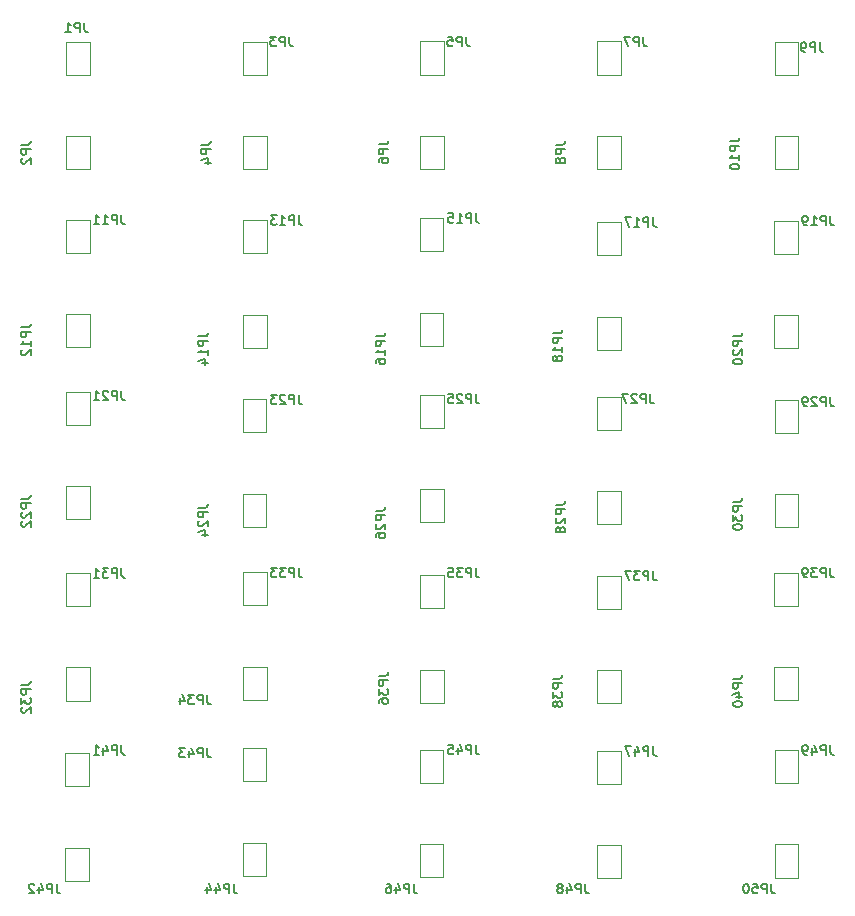
<source format=gbr>
%TF.GenerationSoftware,KiCad,Pcbnew,9.0.4*%
%TF.CreationDate,2025-09-23T10:18:57+12:00*%
%TF.ProjectId,esfgrid_ckt_IA,65736667-7269-4645-9f63-6b745f49412e,rev?*%
%TF.SameCoordinates,Original*%
%TF.FileFunction,Legend,Bot*%
%TF.FilePolarity,Positive*%
%FSLAX46Y46*%
G04 Gerber Fmt 4.6, Leading zero omitted, Abs format (unit mm)*
G04 Created by KiCad (PCBNEW 9.0.4) date 2025-09-23 10:18:57*
%MOMM*%
%LPD*%
G01*
G04 APERTURE LIST*
%ADD10C,0.150000*%
%ADD11C,0.120000*%
G04 APERTURE END LIST*
D10*
X202562295Y-95952380D02*
X203133723Y-95952380D01*
X203133723Y-95952380D02*
X203248009Y-95914285D01*
X203248009Y-95914285D02*
X203324200Y-95838094D01*
X203324200Y-95838094D02*
X203362295Y-95723809D01*
X203362295Y-95723809D02*
X203362295Y-95647618D01*
X203362295Y-96333333D02*
X202562295Y-96333333D01*
X202562295Y-96333333D02*
X202562295Y-96638095D01*
X202562295Y-96638095D02*
X202600390Y-96714285D01*
X202600390Y-96714285D02*
X202638485Y-96752380D01*
X202638485Y-96752380D02*
X202714676Y-96790476D01*
X202714676Y-96790476D02*
X202828961Y-96790476D01*
X202828961Y-96790476D02*
X202905152Y-96752380D01*
X202905152Y-96752380D02*
X202943247Y-96714285D01*
X202943247Y-96714285D02*
X202981342Y-96638095D01*
X202981342Y-96638095D02*
X202981342Y-96333333D01*
X202638485Y-97095237D02*
X202600390Y-97133333D01*
X202600390Y-97133333D02*
X202562295Y-97209523D01*
X202562295Y-97209523D02*
X202562295Y-97399999D01*
X202562295Y-97399999D02*
X202600390Y-97476190D01*
X202600390Y-97476190D02*
X202638485Y-97514285D01*
X202638485Y-97514285D02*
X202714676Y-97552380D01*
X202714676Y-97552380D02*
X202790866Y-97552380D01*
X202790866Y-97552380D02*
X202905152Y-97514285D01*
X202905152Y-97514285D02*
X203362295Y-97057142D01*
X203362295Y-97057142D02*
X203362295Y-97552380D01*
X202562295Y-98238095D02*
X202562295Y-98085714D01*
X202562295Y-98085714D02*
X202600390Y-98009523D01*
X202600390Y-98009523D02*
X202638485Y-97971428D01*
X202638485Y-97971428D02*
X202752771Y-97895238D01*
X202752771Y-97895238D02*
X202905152Y-97857142D01*
X202905152Y-97857142D02*
X203209914Y-97857142D01*
X203209914Y-97857142D02*
X203286104Y-97895238D01*
X203286104Y-97895238D02*
X203324200Y-97933333D01*
X203324200Y-97933333D02*
X203362295Y-98009523D01*
X203362295Y-98009523D02*
X203362295Y-98161904D01*
X203362295Y-98161904D02*
X203324200Y-98238095D01*
X203324200Y-98238095D02*
X203286104Y-98276190D01*
X203286104Y-98276190D02*
X203209914Y-98314285D01*
X203209914Y-98314285D02*
X203019438Y-98314285D01*
X203019438Y-98314285D02*
X202943247Y-98276190D01*
X202943247Y-98276190D02*
X202905152Y-98238095D01*
X202905152Y-98238095D02*
X202867057Y-98161904D01*
X202867057Y-98161904D02*
X202867057Y-98009523D01*
X202867057Y-98009523D02*
X202905152Y-97933333D01*
X202905152Y-97933333D02*
X202943247Y-97895238D01*
X202943247Y-97895238D02*
X203019438Y-97857142D01*
X232562295Y-64702380D02*
X233133723Y-64702380D01*
X233133723Y-64702380D02*
X233248009Y-64664285D01*
X233248009Y-64664285D02*
X233324200Y-64588094D01*
X233324200Y-64588094D02*
X233362295Y-64473809D01*
X233362295Y-64473809D02*
X233362295Y-64397618D01*
X233362295Y-65083333D02*
X232562295Y-65083333D01*
X232562295Y-65083333D02*
X232562295Y-65388095D01*
X232562295Y-65388095D02*
X232600390Y-65464285D01*
X232600390Y-65464285D02*
X232638485Y-65502380D01*
X232638485Y-65502380D02*
X232714676Y-65540476D01*
X232714676Y-65540476D02*
X232828961Y-65540476D01*
X232828961Y-65540476D02*
X232905152Y-65502380D01*
X232905152Y-65502380D02*
X232943247Y-65464285D01*
X232943247Y-65464285D02*
X232981342Y-65388095D01*
X232981342Y-65388095D02*
X232981342Y-65083333D01*
X233362295Y-66302380D02*
X233362295Y-65845237D01*
X233362295Y-66073809D02*
X232562295Y-66073809D01*
X232562295Y-66073809D02*
X232676580Y-65997618D01*
X232676580Y-65997618D02*
X232752771Y-65921428D01*
X232752771Y-65921428D02*
X232790866Y-65845237D01*
X232562295Y-66797619D02*
X232562295Y-66873809D01*
X232562295Y-66873809D02*
X232600390Y-66950000D01*
X232600390Y-66950000D02*
X232638485Y-66988095D01*
X232638485Y-66988095D02*
X232714676Y-67026190D01*
X232714676Y-67026190D02*
X232867057Y-67064285D01*
X232867057Y-67064285D02*
X233057533Y-67064285D01*
X233057533Y-67064285D02*
X233209914Y-67026190D01*
X233209914Y-67026190D02*
X233286104Y-66988095D01*
X233286104Y-66988095D02*
X233324200Y-66950000D01*
X233324200Y-66950000D02*
X233362295Y-66873809D01*
X233362295Y-66873809D02*
X233362295Y-66797619D01*
X233362295Y-66797619D02*
X233324200Y-66721428D01*
X233324200Y-66721428D02*
X233286104Y-66683333D01*
X233286104Y-66683333D02*
X233209914Y-66645238D01*
X233209914Y-66645238D02*
X233057533Y-66607142D01*
X233057533Y-66607142D02*
X232867057Y-66607142D01*
X232867057Y-66607142D02*
X232714676Y-66645238D01*
X232714676Y-66645238D02*
X232638485Y-66683333D01*
X232638485Y-66683333D02*
X232600390Y-66721428D01*
X232600390Y-66721428D02*
X232562295Y-66797619D01*
X181047619Y-85812295D02*
X181047619Y-86383723D01*
X181047619Y-86383723D02*
X181085714Y-86498009D01*
X181085714Y-86498009D02*
X181161905Y-86574200D01*
X181161905Y-86574200D02*
X181276190Y-86612295D01*
X181276190Y-86612295D02*
X181352381Y-86612295D01*
X180666666Y-86612295D02*
X180666666Y-85812295D01*
X180666666Y-85812295D02*
X180361904Y-85812295D01*
X180361904Y-85812295D02*
X180285714Y-85850390D01*
X180285714Y-85850390D02*
X180247619Y-85888485D01*
X180247619Y-85888485D02*
X180209523Y-85964676D01*
X180209523Y-85964676D02*
X180209523Y-86078961D01*
X180209523Y-86078961D02*
X180247619Y-86155152D01*
X180247619Y-86155152D02*
X180285714Y-86193247D01*
X180285714Y-86193247D02*
X180361904Y-86231342D01*
X180361904Y-86231342D02*
X180666666Y-86231342D01*
X179904762Y-85888485D02*
X179866666Y-85850390D01*
X179866666Y-85850390D02*
X179790476Y-85812295D01*
X179790476Y-85812295D02*
X179600000Y-85812295D01*
X179600000Y-85812295D02*
X179523809Y-85850390D01*
X179523809Y-85850390D02*
X179485714Y-85888485D01*
X179485714Y-85888485D02*
X179447619Y-85964676D01*
X179447619Y-85964676D02*
X179447619Y-86040866D01*
X179447619Y-86040866D02*
X179485714Y-86155152D01*
X179485714Y-86155152D02*
X179942857Y-86612295D01*
X179942857Y-86612295D02*
X179447619Y-86612295D01*
X178685714Y-86612295D02*
X179142857Y-86612295D01*
X178914285Y-86612295D02*
X178914285Y-85812295D01*
X178914285Y-85812295D02*
X178990476Y-85926580D01*
X178990476Y-85926580D02*
X179066666Y-86002771D01*
X179066666Y-86002771D02*
X179142857Y-86040866D01*
X202812295Y-109952380D02*
X203383723Y-109952380D01*
X203383723Y-109952380D02*
X203498009Y-109914285D01*
X203498009Y-109914285D02*
X203574200Y-109838094D01*
X203574200Y-109838094D02*
X203612295Y-109723809D01*
X203612295Y-109723809D02*
X203612295Y-109647618D01*
X203612295Y-110333333D02*
X202812295Y-110333333D01*
X202812295Y-110333333D02*
X202812295Y-110638095D01*
X202812295Y-110638095D02*
X202850390Y-110714285D01*
X202850390Y-110714285D02*
X202888485Y-110752380D01*
X202888485Y-110752380D02*
X202964676Y-110790476D01*
X202964676Y-110790476D02*
X203078961Y-110790476D01*
X203078961Y-110790476D02*
X203155152Y-110752380D01*
X203155152Y-110752380D02*
X203193247Y-110714285D01*
X203193247Y-110714285D02*
X203231342Y-110638095D01*
X203231342Y-110638095D02*
X203231342Y-110333333D01*
X202812295Y-111057142D02*
X202812295Y-111552380D01*
X202812295Y-111552380D02*
X203117057Y-111285714D01*
X203117057Y-111285714D02*
X203117057Y-111399999D01*
X203117057Y-111399999D02*
X203155152Y-111476190D01*
X203155152Y-111476190D02*
X203193247Y-111514285D01*
X203193247Y-111514285D02*
X203269438Y-111552380D01*
X203269438Y-111552380D02*
X203459914Y-111552380D01*
X203459914Y-111552380D02*
X203536104Y-111514285D01*
X203536104Y-111514285D02*
X203574200Y-111476190D01*
X203574200Y-111476190D02*
X203612295Y-111399999D01*
X203612295Y-111399999D02*
X203612295Y-111171428D01*
X203612295Y-111171428D02*
X203574200Y-111095237D01*
X203574200Y-111095237D02*
X203536104Y-111057142D01*
X202812295Y-112238095D02*
X202812295Y-112085714D01*
X202812295Y-112085714D02*
X202850390Y-112009523D01*
X202850390Y-112009523D02*
X202888485Y-111971428D01*
X202888485Y-111971428D02*
X203002771Y-111895238D01*
X203002771Y-111895238D02*
X203155152Y-111857142D01*
X203155152Y-111857142D02*
X203459914Y-111857142D01*
X203459914Y-111857142D02*
X203536104Y-111895238D01*
X203536104Y-111895238D02*
X203574200Y-111933333D01*
X203574200Y-111933333D02*
X203612295Y-112009523D01*
X203612295Y-112009523D02*
X203612295Y-112161904D01*
X203612295Y-112161904D02*
X203574200Y-112238095D01*
X203574200Y-112238095D02*
X203536104Y-112276190D01*
X203536104Y-112276190D02*
X203459914Y-112314285D01*
X203459914Y-112314285D02*
X203269438Y-112314285D01*
X203269438Y-112314285D02*
X203193247Y-112276190D01*
X203193247Y-112276190D02*
X203155152Y-112238095D01*
X203155152Y-112238095D02*
X203117057Y-112161904D01*
X203117057Y-112161904D02*
X203117057Y-112009523D01*
X203117057Y-112009523D02*
X203155152Y-111933333D01*
X203155152Y-111933333D02*
X203193247Y-111895238D01*
X203193247Y-111895238D02*
X203269438Y-111857142D01*
X225214266Y-55834795D02*
X225214266Y-56406223D01*
X225214266Y-56406223D02*
X225252361Y-56520509D01*
X225252361Y-56520509D02*
X225328552Y-56596700D01*
X225328552Y-56596700D02*
X225442837Y-56634795D01*
X225442837Y-56634795D02*
X225519028Y-56634795D01*
X224833313Y-56634795D02*
X224833313Y-55834795D01*
X224833313Y-55834795D02*
X224528551Y-55834795D01*
X224528551Y-55834795D02*
X224452361Y-55872890D01*
X224452361Y-55872890D02*
X224414266Y-55910985D01*
X224414266Y-55910985D02*
X224376170Y-55987176D01*
X224376170Y-55987176D02*
X224376170Y-56101461D01*
X224376170Y-56101461D02*
X224414266Y-56177652D01*
X224414266Y-56177652D02*
X224452361Y-56215747D01*
X224452361Y-56215747D02*
X224528551Y-56253842D01*
X224528551Y-56253842D02*
X224833313Y-56253842D01*
X224109504Y-55834795D02*
X223576170Y-55834795D01*
X223576170Y-55834795D02*
X223919028Y-56634795D01*
X196047619Y-86132295D02*
X196047619Y-86703723D01*
X196047619Y-86703723D02*
X196085714Y-86818009D01*
X196085714Y-86818009D02*
X196161905Y-86894200D01*
X196161905Y-86894200D02*
X196276190Y-86932295D01*
X196276190Y-86932295D02*
X196352381Y-86932295D01*
X195666666Y-86932295D02*
X195666666Y-86132295D01*
X195666666Y-86132295D02*
X195361904Y-86132295D01*
X195361904Y-86132295D02*
X195285714Y-86170390D01*
X195285714Y-86170390D02*
X195247619Y-86208485D01*
X195247619Y-86208485D02*
X195209523Y-86284676D01*
X195209523Y-86284676D02*
X195209523Y-86398961D01*
X195209523Y-86398961D02*
X195247619Y-86475152D01*
X195247619Y-86475152D02*
X195285714Y-86513247D01*
X195285714Y-86513247D02*
X195361904Y-86551342D01*
X195361904Y-86551342D02*
X195666666Y-86551342D01*
X194904762Y-86208485D02*
X194866666Y-86170390D01*
X194866666Y-86170390D02*
X194790476Y-86132295D01*
X194790476Y-86132295D02*
X194600000Y-86132295D01*
X194600000Y-86132295D02*
X194523809Y-86170390D01*
X194523809Y-86170390D02*
X194485714Y-86208485D01*
X194485714Y-86208485D02*
X194447619Y-86284676D01*
X194447619Y-86284676D02*
X194447619Y-86360866D01*
X194447619Y-86360866D02*
X194485714Y-86475152D01*
X194485714Y-86475152D02*
X194942857Y-86932295D01*
X194942857Y-86932295D02*
X194447619Y-86932295D01*
X194180952Y-86132295D02*
X193685714Y-86132295D01*
X193685714Y-86132295D02*
X193952380Y-86437057D01*
X193952380Y-86437057D02*
X193838095Y-86437057D01*
X193838095Y-86437057D02*
X193761904Y-86475152D01*
X193761904Y-86475152D02*
X193723809Y-86513247D01*
X193723809Y-86513247D02*
X193685714Y-86589438D01*
X193685714Y-86589438D02*
X193685714Y-86779914D01*
X193685714Y-86779914D02*
X193723809Y-86856104D01*
X193723809Y-86856104D02*
X193761904Y-86894200D01*
X193761904Y-86894200D02*
X193838095Y-86932295D01*
X193838095Y-86932295D02*
X194066666Y-86932295D01*
X194066666Y-86932295D02*
X194142857Y-86894200D01*
X194142857Y-86894200D02*
X194180952Y-86856104D01*
X181047619Y-100842295D02*
X181047619Y-101413723D01*
X181047619Y-101413723D02*
X181085714Y-101528009D01*
X181085714Y-101528009D02*
X181161905Y-101604200D01*
X181161905Y-101604200D02*
X181276190Y-101642295D01*
X181276190Y-101642295D02*
X181352381Y-101642295D01*
X180666666Y-101642295D02*
X180666666Y-100842295D01*
X180666666Y-100842295D02*
X180361904Y-100842295D01*
X180361904Y-100842295D02*
X180285714Y-100880390D01*
X180285714Y-100880390D02*
X180247619Y-100918485D01*
X180247619Y-100918485D02*
X180209523Y-100994676D01*
X180209523Y-100994676D02*
X180209523Y-101108961D01*
X180209523Y-101108961D02*
X180247619Y-101185152D01*
X180247619Y-101185152D02*
X180285714Y-101223247D01*
X180285714Y-101223247D02*
X180361904Y-101261342D01*
X180361904Y-101261342D02*
X180666666Y-101261342D01*
X179942857Y-100842295D02*
X179447619Y-100842295D01*
X179447619Y-100842295D02*
X179714285Y-101147057D01*
X179714285Y-101147057D02*
X179600000Y-101147057D01*
X179600000Y-101147057D02*
X179523809Y-101185152D01*
X179523809Y-101185152D02*
X179485714Y-101223247D01*
X179485714Y-101223247D02*
X179447619Y-101299438D01*
X179447619Y-101299438D02*
X179447619Y-101489914D01*
X179447619Y-101489914D02*
X179485714Y-101566104D01*
X179485714Y-101566104D02*
X179523809Y-101604200D01*
X179523809Y-101604200D02*
X179600000Y-101642295D01*
X179600000Y-101642295D02*
X179828571Y-101642295D01*
X179828571Y-101642295D02*
X179904762Y-101604200D01*
X179904762Y-101604200D02*
X179942857Y-101566104D01*
X178685714Y-101642295D02*
X179142857Y-101642295D01*
X178914285Y-101642295D02*
X178914285Y-100842295D01*
X178914285Y-100842295D02*
X178990476Y-100956580D01*
X178990476Y-100956580D02*
X179066666Y-101032771D01*
X179066666Y-101032771D02*
X179142857Y-101070866D01*
X217562295Y-80952380D02*
X218133723Y-80952380D01*
X218133723Y-80952380D02*
X218248009Y-80914285D01*
X218248009Y-80914285D02*
X218324200Y-80838094D01*
X218324200Y-80838094D02*
X218362295Y-80723809D01*
X218362295Y-80723809D02*
X218362295Y-80647618D01*
X218362295Y-81333333D02*
X217562295Y-81333333D01*
X217562295Y-81333333D02*
X217562295Y-81638095D01*
X217562295Y-81638095D02*
X217600390Y-81714285D01*
X217600390Y-81714285D02*
X217638485Y-81752380D01*
X217638485Y-81752380D02*
X217714676Y-81790476D01*
X217714676Y-81790476D02*
X217828961Y-81790476D01*
X217828961Y-81790476D02*
X217905152Y-81752380D01*
X217905152Y-81752380D02*
X217943247Y-81714285D01*
X217943247Y-81714285D02*
X217981342Y-81638095D01*
X217981342Y-81638095D02*
X217981342Y-81333333D01*
X218362295Y-82552380D02*
X218362295Y-82095237D01*
X218362295Y-82323809D02*
X217562295Y-82323809D01*
X217562295Y-82323809D02*
X217676580Y-82247618D01*
X217676580Y-82247618D02*
X217752771Y-82171428D01*
X217752771Y-82171428D02*
X217790866Y-82095237D01*
X217905152Y-83009523D02*
X217867057Y-82933333D01*
X217867057Y-82933333D02*
X217828961Y-82895238D01*
X217828961Y-82895238D02*
X217752771Y-82857142D01*
X217752771Y-82857142D02*
X217714676Y-82857142D01*
X217714676Y-82857142D02*
X217638485Y-82895238D01*
X217638485Y-82895238D02*
X217600390Y-82933333D01*
X217600390Y-82933333D02*
X217562295Y-83009523D01*
X217562295Y-83009523D02*
X217562295Y-83161904D01*
X217562295Y-83161904D02*
X217600390Y-83238095D01*
X217600390Y-83238095D02*
X217638485Y-83276190D01*
X217638485Y-83276190D02*
X217714676Y-83314285D01*
X217714676Y-83314285D02*
X217752771Y-83314285D01*
X217752771Y-83314285D02*
X217828961Y-83276190D01*
X217828961Y-83276190D02*
X217867057Y-83238095D01*
X217867057Y-83238095D02*
X217905152Y-83161904D01*
X217905152Y-83161904D02*
X217905152Y-83009523D01*
X217905152Y-83009523D02*
X217943247Y-82933333D01*
X217943247Y-82933333D02*
X217981342Y-82895238D01*
X217981342Y-82895238D02*
X218057533Y-82857142D01*
X218057533Y-82857142D02*
X218209914Y-82857142D01*
X218209914Y-82857142D02*
X218286104Y-82895238D01*
X218286104Y-82895238D02*
X218324200Y-82933333D01*
X218324200Y-82933333D02*
X218362295Y-83009523D01*
X218362295Y-83009523D02*
X218362295Y-83161904D01*
X218362295Y-83161904D02*
X218324200Y-83238095D01*
X218324200Y-83238095D02*
X218286104Y-83276190D01*
X218286104Y-83276190D02*
X218209914Y-83314285D01*
X218209914Y-83314285D02*
X218057533Y-83314285D01*
X218057533Y-83314285D02*
X217981342Y-83276190D01*
X217981342Y-83276190D02*
X217943247Y-83238095D01*
X217943247Y-83238095D02*
X217905152Y-83161904D01*
X177896666Y-54652295D02*
X177896666Y-55223723D01*
X177896666Y-55223723D02*
X177934761Y-55338009D01*
X177934761Y-55338009D02*
X178010952Y-55414200D01*
X178010952Y-55414200D02*
X178125237Y-55452295D01*
X178125237Y-55452295D02*
X178201428Y-55452295D01*
X177515713Y-55452295D02*
X177515713Y-54652295D01*
X177515713Y-54652295D02*
X177210951Y-54652295D01*
X177210951Y-54652295D02*
X177134761Y-54690390D01*
X177134761Y-54690390D02*
X177096666Y-54728485D01*
X177096666Y-54728485D02*
X177058570Y-54804676D01*
X177058570Y-54804676D02*
X177058570Y-54918961D01*
X177058570Y-54918961D02*
X177096666Y-54995152D01*
X177096666Y-54995152D02*
X177134761Y-55033247D01*
X177134761Y-55033247D02*
X177210951Y-55071342D01*
X177210951Y-55071342D02*
X177515713Y-55071342D01*
X176296666Y-55452295D02*
X176753809Y-55452295D01*
X176525237Y-55452295D02*
X176525237Y-54652295D01*
X176525237Y-54652295D02*
X176601428Y-54766580D01*
X176601428Y-54766580D02*
X176677618Y-54842771D01*
X176677618Y-54842771D02*
X176753809Y-54880866D01*
X236047619Y-127562295D02*
X236047619Y-128133723D01*
X236047619Y-128133723D02*
X236085714Y-128248009D01*
X236085714Y-128248009D02*
X236161905Y-128324200D01*
X236161905Y-128324200D02*
X236276190Y-128362295D01*
X236276190Y-128362295D02*
X236352381Y-128362295D01*
X235666666Y-128362295D02*
X235666666Y-127562295D01*
X235666666Y-127562295D02*
X235361904Y-127562295D01*
X235361904Y-127562295D02*
X235285714Y-127600390D01*
X235285714Y-127600390D02*
X235247619Y-127638485D01*
X235247619Y-127638485D02*
X235209523Y-127714676D01*
X235209523Y-127714676D02*
X235209523Y-127828961D01*
X235209523Y-127828961D02*
X235247619Y-127905152D01*
X235247619Y-127905152D02*
X235285714Y-127943247D01*
X235285714Y-127943247D02*
X235361904Y-127981342D01*
X235361904Y-127981342D02*
X235666666Y-127981342D01*
X234485714Y-127562295D02*
X234866666Y-127562295D01*
X234866666Y-127562295D02*
X234904762Y-127943247D01*
X234904762Y-127943247D02*
X234866666Y-127905152D01*
X234866666Y-127905152D02*
X234790476Y-127867057D01*
X234790476Y-127867057D02*
X234600000Y-127867057D01*
X234600000Y-127867057D02*
X234523809Y-127905152D01*
X234523809Y-127905152D02*
X234485714Y-127943247D01*
X234485714Y-127943247D02*
X234447619Y-128019438D01*
X234447619Y-128019438D02*
X234447619Y-128209914D01*
X234447619Y-128209914D02*
X234485714Y-128286104D01*
X234485714Y-128286104D02*
X234523809Y-128324200D01*
X234523809Y-128324200D02*
X234600000Y-128362295D01*
X234600000Y-128362295D02*
X234790476Y-128362295D01*
X234790476Y-128362295D02*
X234866666Y-128324200D01*
X234866666Y-128324200D02*
X234904762Y-128286104D01*
X233952380Y-127562295D02*
X233876190Y-127562295D01*
X233876190Y-127562295D02*
X233799999Y-127600390D01*
X233799999Y-127600390D02*
X233761904Y-127638485D01*
X233761904Y-127638485D02*
X233723809Y-127714676D01*
X233723809Y-127714676D02*
X233685714Y-127867057D01*
X233685714Y-127867057D02*
X233685714Y-128057533D01*
X233685714Y-128057533D02*
X233723809Y-128209914D01*
X233723809Y-128209914D02*
X233761904Y-128286104D01*
X233761904Y-128286104D02*
X233799999Y-128324200D01*
X233799999Y-128324200D02*
X233876190Y-128362295D01*
X233876190Y-128362295D02*
X233952380Y-128362295D01*
X233952380Y-128362295D02*
X234028571Y-128324200D01*
X234028571Y-128324200D02*
X234066666Y-128286104D01*
X234066666Y-128286104D02*
X234104761Y-128209914D01*
X234104761Y-128209914D02*
X234142857Y-128057533D01*
X234142857Y-128057533D02*
X234142857Y-127867057D01*
X234142857Y-127867057D02*
X234104761Y-127714676D01*
X234104761Y-127714676D02*
X234066666Y-127638485D01*
X234066666Y-127638485D02*
X234028571Y-127600390D01*
X234028571Y-127600390D02*
X233952380Y-127562295D01*
X217812295Y-64965833D02*
X218383723Y-64965833D01*
X218383723Y-64965833D02*
X218498009Y-64927738D01*
X218498009Y-64927738D02*
X218574200Y-64851547D01*
X218574200Y-64851547D02*
X218612295Y-64737262D01*
X218612295Y-64737262D02*
X218612295Y-64661071D01*
X218612295Y-65346786D02*
X217812295Y-65346786D01*
X217812295Y-65346786D02*
X217812295Y-65651548D01*
X217812295Y-65651548D02*
X217850390Y-65727738D01*
X217850390Y-65727738D02*
X217888485Y-65765833D01*
X217888485Y-65765833D02*
X217964676Y-65803929D01*
X217964676Y-65803929D02*
X218078961Y-65803929D01*
X218078961Y-65803929D02*
X218155152Y-65765833D01*
X218155152Y-65765833D02*
X218193247Y-65727738D01*
X218193247Y-65727738D02*
X218231342Y-65651548D01*
X218231342Y-65651548D02*
X218231342Y-65346786D01*
X218155152Y-66261071D02*
X218117057Y-66184881D01*
X218117057Y-66184881D02*
X218078961Y-66146786D01*
X218078961Y-66146786D02*
X218002771Y-66108690D01*
X218002771Y-66108690D02*
X217964676Y-66108690D01*
X217964676Y-66108690D02*
X217888485Y-66146786D01*
X217888485Y-66146786D02*
X217850390Y-66184881D01*
X217850390Y-66184881D02*
X217812295Y-66261071D01*
X217812295Y-66261071D02*
X217812295Y-66413452D01*
X217812295Y-66413452D02*
X217850390Y-66489643D01*
X217850390Y-66489643D02*
X217888485Y-66527738D01*
X217888485Y-66527738D02*
X217964676Y-66565833D01*
X217964676Y-66565833D02*
X218002771Y-66565833D01*
X218002771Y-66565833D02*
X218078961Y-66527738D01*
X218078961Y-66527738D02*
X218117057Y-66489643D01*
X218117057Y-66489643D02*
X218155152Y-66413452D01*
X218155152Y-66413452D02*
X218155152Y-66261071D01*
X218155152Y-66261071D02*
X218193247Y-66184881D01*
X218193247Y-66184881D02*
X218231342Y-66146786D01*
X218231342Y-66146786D02*
X218307533Y-66108690D01*
X218307533Y-66108690D02*
X218459914Y-66108690D01*
X218459914Y-66108690D02*
X218536104Y-66146786D01*
X218536104Y-66146786D02*
X218574200Y-66184881D01*
X218574200Y-66184881D02*
X218612295Y-66261071D01*
X218612295Y-66261071D02*
X218612295Y-66413452D01*
X218612295Y-66413452D02*
X218574200Y-66489643D01*
X218574200Y-66489643D02*
X218536104Y-66527738D01*
X218536104Y-66527738D02*
X218459914Y-66565833D01*
X218459914Y-66565833D02*
X218307533Y-66565833D01*
X218307533Y-66565833D02*
X218231342Y-66527738D01*
X218231342Y-66527738D02*
X218193247Y-66489643D01*
X218193247Y-66489643D02*
X218155152Y-66413452D01*
X226047619Y-71132295D02*
X226047619Y-71703723D01*
X226047619Y-71703723D02*
X226085714Y-71818009D01*
X226085714Y-71818009D02*
X226161905Y-71894200D01*
X226161905Y-71894200D02*
X226276190Y-71932295D01*
X226276190Y-71932295D02*
X226352381Y-71932295D01*
X225666666Y-71932295D02*
X225666666Y-71132295D01*
X225666666Y-71132295D02*
X225361904Y-71132295D01*
X225361904Y-71132295D02*
X225285714Y-71170390D01*
X225285714Y-71170390D02*
X225247619Y-71208485D01*
X225247619Y-71208485D02*
X225209523Y-71284676D01*
X225209523Y-71284676D02*
X225209523Y-71398961D01*
X225209523Y-71398961D02*
X225247619Y-71475152D01*
X225247619Y-71475152D02*
X225285714Y-71513247D01*
X225285714Y-71513247D02*
X225361904Y-71551342D01*
X225361904Y-71551342D02*
X225666666Y-71551342D01*
X224447619Y-71932295D02*
X224904762Y-71932295D01*
X224676190Y-71932295D02*
X224676190Y-71132295D01*
X224676190Y-71132295D02*
X224752381Y-71246580D01*
X224752381Y-71246580D02*
X224828571Y-71322771D01*
X224828571Y-71322771D02*
X224904762Y-71360866D01*
X224180952Y-71132295D02*
X223647618Y-71132295D01*
X223647618Y-71132295D02*
X223990476Y-71932295D01*
X181047619Y-115812295D02*
X181047619Y-116383723D01*
X181047619Y-116383723D02*
X181085714Y-116498009D01*
X181085714Y-116498009D02*
X181161905Y-116574200D01*
X181161905Y-116574200D02*
X181276190Y-116612295D01*
X181276190Y-116612295D02*
X181352381Y-116612295D01*
X180666666Y-116612295D02*
X180666666Y-115812295D01*
X180666666Y-115812295D02*
X180361904Y-115812295D01*
X180361904Y-115812295D02*
X180285714Y-115850390D01*
X180285714Y-115850390D02*
X180247619Y-115888485D01*
X180247619Y-115888485D02*
X180209523Y-115964676D01*
X180209523Y-115964676D02*
X180209523Y-116078961D01*
X180209523Y-116078961D02*
X180247619Y-116155152D01*
X180247619Y-116155152D02*
X180285714Y-116193247D01*
X180285714Y-116193247D02*
X180361904Y-116231342D01*
X180361904Y-116231342D02*
X180666666Y-116231342D01*
X179523809Y-116078961D02*
X179523809Y-116612295D01*
X179714285Y-115774200D02*
X179904762Y-116345628D01*
X179904762Y-116345628D02*
X179409523Y-116345628D01*
X178685714Y-116612295D02*
X179142857Y-116612295D01*
X178914285Y-116612295D02*
X178914285Y-115812295D01*
X178914285Y-115812295D02*
X178990476Y-115926580D01*
X178990476Y-115926580D02*
X179066666Y-116002771D01*
X179066666Y-116002771D02*
X179142857Y-116040866D01*
X187812295Y-64970833D02*
X188383723Y-64970833D01*
X188383723Y-64970833D02*
X188498009Y-64932738D01*
X188498009Y-64932738D02*
X188574200Y-64856547D01*
X188574200Y-64856547D02*
X188612295Y-64742262D01*
X188612295Y-64742262D02*
X188612295Y-64666071D01*
X188612295Y-65351786D02*
X187812295Y-65351786D01*
X187812295Y-65351786D02*
X187812295Y-65656548D01*
X187812295Y-65656548D02*
X187850390Y-65732738D01*
X187850390Y-65732738D02*
X187888485Y-65770833D01*
X187888485Y-65770833D02*
X187964676Y-65808929D01*
X187964676Y-65808929D02*
X188078961Y-65808929D01*
X188078961Y-65808929D02*
X188155152Y-65770833D01*
X188155152Y-65770833D02*
X188193247Y-65732738D01*
X188193247Y-65732738D02*
X188231342Y-65656548D01*
X188231342Y-65656548D02*
X188231342Y-65351786D01*
X188078961Y-66494643D02*
X188612295Y-66494643D01*
X187774200Y-66304167D02*
X188345628Y-66113690D01*
X188345628Y-66113690D02*
X188345628Y-66608929D01*
X241047619Y-86312295D02*
X241047619Y-86883723D01*
X241047619Y-86883723D02*
X241085714Y-86998009D01*
X241085714Y-86998009D02*
X241161905Y-87074200D01*
X241161905Y-87074200D02*
X241276190Y-87112295D01*
X241276190Y-87112295D02*
X241352381Y-87112295D01*
X240666666Y-87112295D02*
X240666666Y-86312295D01*
X240666666Y-86312295D02*
X240361904Y-86312295D01*
X240361904Y-86312295D02*
X240285714Y-86350390D01*
X240285714Y-86350390D02*
X240247619Y-86388485D01*
X240247619Y-86388485D02*
X240209523Y-86464676D01*
X240209523Y-86464676D02*
X240209523Y-86578961D01*
X240209523Y-86578961D02*
X240247619Y-86655152D01*
X240247619Y-86655152D02*
X240285714Y-86693247D01*
X240285714Y-86693247D02*
X240361904Y-86731342D01*
X240361904Y-86731342D02*
X240666666Y-86731342D01*
X239904762Y-86388485D02*
X239866666Y-86350390D01*
X239866666Y-86350390D02*
X239790476Y-86312295D01*
X239790476Y-86312295D02*
X239600000Y-86312295D01*
X239600000Y-86312295D02*
X239523809Y-86350390D01*
X239523809Y-86350390D02*
X239485714Y-86388485D01*
X239485714Y-86388485D02*
X239447619Y-86464676D01*
X239447619Y-86464676D02*
X239447619Y-86540866D01*
X239447619Y-86540866D02*
X239485714Y-86655152D01*
X239485714Y-86655152D02*
X239942857Y-87112295D01*
X239942857Y-87112295D02*
X239447619Y-87112295D01*
X239066666Y-87112295D02*
X238914285Y-87112295D01*
X238914285Y-87112295D02*
X238838095Y-87074200D01*
X238838095Y-87074200D02*
X238799999Y-87036104D01*
X238799999Y-87036104D02*
X238723809Y-86921819D01*
X238723809Y-86921819D02*
X238685714Y-86769438D01*
X238685714Y-86769438D02*
X238685714Y-86464676D01*
X238685714Y-86464676D02*
X238723809Y-86388485D01*
X238723809Y-86388485D02*
X238761904Y-86350390D01*
X238761904Y-86350390D02*
X238838095Y-86312295D01*
X238838095Y-86312295D02*
X238990476Y-86312295D01*
X238990476Y-86312295D02*
X239066666Y-86350390D01*
X239066666Y-86350390D02*
X239104761Y-86388485D01*
X239104761Y-86388485D02*
X239142857Y-86464676D01*
X239142857Y-86464676D02*
X239142857Y-86655152D01*
X239142857Y-86655152D02*
X239104761Y-86731342D01*
X239104761Y-86731342D02*
X239066666Y-86769438D01*
X239066666Y-86769438D02*
X238990476Y-86807533D01*
X238990476Y-86807533D02*
X238838095Y-86807533D01*
X238838095Y-86807533D02*
X238761904Y-86769438D01*
X238761904Y-86769438D02*
X238723809Y-86731342D01*
X238723809Y-86731342D02*
X238685714Y-86655152D01*
X196047619Y-100784795D02*
X196047619Y-101356223D01*
X196047619Y-101356223D02*
X196085714Y-101470509D01*
X196085714Y-101470509D02*
X196161905Y-101546700D01*
X196161905Y-101546700D02*
X196276190Y-101584795D01*
X196276190Y-101584795D02*
X196352381Y-101584795D01*
X195666666Y-101584795D02*
X195666666Y-100784795D01*
X195666666Y-100784795D02*
X195361904Y-100784795D01*
X195361904Y-100784795D02*
X195285714Y-100822890D01*
X195285714Y-100822890D02*
X195247619Y-100860985D01*
X195247619Y-100860985D02*
X195209523Y-100937176D01*
X195209523Y-100937176D02*
X195209523Y-101051461D01*
X195209523Y-101051461D02*
X195247619Y-101127652D01*
X195247619Y-101127652D02*
X195285714Y-101165747D01*
X195285714Y-101165747D02*
X195361904Y-101203842D01*
X195361904Y-101203842D02*
X195666666Y-101203842D01*
X194942857Y-100784795D02*
X194447619Y-100784795D01*
X194447619Y-100784795D02*
X194714285Y-101089557D01*
X194714285Y-101089557D02*
X194600000Y-101089557D01*
X194600000Y-101089557D02*
X194523809Y-101127652D01*
X194523809Y-101127652D02*
X194485714Y-101165747D01*
X194485714Y-101165747D02*
X194447619Y-101241938D01*
X194447619Y-101241938D02*
X194447619Y-101432414D01*
X194447619Y-101432414D02*
X194485714Y-101508604D01*
X194485714Y-101508604D02*
X194523809Y-101546700D01*
X194523809Y-101546700D02*
X194600000Y-101584795D01*
X194600000Y-101584795D02*
X194828571Y-101584795D01*
X194828571Y-101584795D02*
X194904762Y-101546700D01*
X194904762Y-101546700D02*
X194942857Y-101508604D01*
X194180952Y-100784795D02*
X193685714Y-100784795D01*
X193685714Y-100784795D02*
X193952380Y-101089557D01*
X193952380Y-101089557D02*
X193838095Y-101089557D01*
X193838095Y-101089557D02*
X193761904Y-101127652D01*
X193761904Y-101127652D02*
X193723809Y-101165747D01*
X193723809Y-101165747D02*
X193685714Y-101241938D01*
X193685714Y-101241938D02*
X193685714Y-101432414D01*
X193685714Y-101432414D02*
X193723809Y-101508604D01*
X193723809Y-101508604D02*
X193761904Y-101546700D01*
X193761904Y-101546700D02*
X193838095Y-101584795D01*
X193838095Y-101584795D02*
X194066666Y-101584795D01*
X194066666Y-101584795D02*
X194142857Y-101546700D01*
X194142857Y-101546700D02*
X194180952Y-101508604D01*
X188297619Y-111562295D02*
X188297619Y-112133723D01*
X188297619Y-112133723D02*
X188335714Y-112248009D01*
X188335714Y-112248009D02*
X188411905Y-112324200D01*
X188411905Y-112324200D02*
X188526190Y-112362295D01*
X188526190Y-112362295D02*
X188602381Y-112362295D01*
X187916666Y-112362295D02*
X187916666Y-111562295D01*
X187916666Y-111562295D02*
X187611904Y-111562295D01*
X187611904Y-111562295D02*
X187535714Y-111600390D01*
X187535714Y-111600390D02*
X187497619Y-111638485D01*
X187497619Y-111638485D02*
X187459523Y-111714676D01*
X187459523Y-111714676D02*
X187459523Y-111828961D01*
X187459523Y-111828961D02*
X187497619Y-111905152D01*
X187497619Y-111905152D02*
X187535714Y-111943247D01*
X187535714Y-111943247D02*
X187611904Y-111981342D01*
X187611904Y-111981342D02*
X187916666Y-111981342D01*
X187192857Y-111562295D02*
X186697619Y-111562295D01*
X186697619Y-111562295D02*
X186964285Y-111867057D01*
X186964285Y-111867057D02*
X186850000Y-111867057D01*
X186850000Y-111867057D02*
X186773809Y-111905152D01*
X186773809Y-111905152D02*
X186735714Y-111943247D01*
X186735714Y-111943247D02*
X186697619Y-112019438D01*
X186697619Y-112019438D02*
X186697619Y-112209914D01*
X186697619Y-112209914D02*
X186735714Y-112286104D01*
X186735714Y-112286104D02*
X186773809Y-112324200D01*
X186773809Y-112324200D02*
X186850000Y-112362295D01*
X186850000Y-112362295D02*
X187078571Y-112362295D01*
X187078571Y-112362295D02*
X187154762Y-112324200D01*
X187154762Y-112324200D02*
X187192857Y-112286104D01*
X186011904Y-111828961D02*
X186011904Y-112362295D01*
X186202380Y-111524200D02*
X186392857Y-112095628D01*
X186392857Y-112095628D02*
X185897618Y-112095628D01*
X210241666Y-55832295D02*
X210241666Y-56403723D01*
X210241666Y-56403723D02*
X210279761Y-56518009D01*
X210279761Y-56518009D02*
X210355952Y-56594200D01*
X210355952Y-56594200D02*
X210470237Y-56632295D01*
X210470237Y-56632295D02*
X210546428Y-56632295D01*
X209860713Y-56632295D02*
X209860713Y-55832295D01*
X209860713Y-55832295D02*
X209555951Y-55832295D01*
X209555951Y-55832295D02*
X209479761Y-55870390D01*
X209479761Y-55870390D02*
X209441666Y-55908485D01*
X209441666Y-55908485D02*
X209403570Y-55984676D01*
X209403570Y-55984676D02*
X209403570Y-56098961D01*
X209403570Y-56098961D02*
X209441666Y-56175152D01*
X209441666Y-56175152D02*
X209479761Y-56213247D01*
X209479761Y-56213247D02*
X209555951Y-56251342D01*
X209555951Y-56251342D02*
X209860713Y-56251342D01*
X208679761Y-55832295D02*
X209060713Y-55832295D01*
X209060713Y-55832295D02*
X209098809Y-56213247D01*
X209098809Y-56213247D02*
X209060713Y-56175152D01*
X209060713Y-56175152D02*
X208984523Y-56137057D01*
X208984523Y-56137057D02*
X208794047Y-56137057D01*
X208794047Y-56137057D02*
X208717856Y-56175152D01*
X208717856Y-56175152D02*
X208679761Y-56213247D01*
X208679761Y-56213247D02*
X208641666Y-56289438D01*
X208641666Y-56289438D02*
X208641666Y-56479914D01*
X208641666Y-56479914D02*
X208679761Y-56556104D01*
X208679761Y-56556104D02*
X208717856Y-56594200D01*
X208717856Y-56594200D02*
X208794047Y-56632295D01*
X208794047Y-56632295D02*
X208984523Y-56632295D01*
X208984523Y-56632295D02*
X209060713Y-56594200D01*
X209060713Y-56594200D02*
X209098809Y-56556104D01*
X202562295Y-81202380D02*
X203133723Y-81202380D01*
X203133723Y-81202380D02*
X203248009Y-81164285D01*
X203248009Y-81164285D02*
X203324200Y-81088094D01*
X203324200Y-81088094D02*
X203362295Y-80973809D01*
X203362295Y-80973809D02*
X203362295Y-80897618D01*
X203362295Y-81583333D02*
X202562295Y-81583333D01*
X202562295Y-81583333D02*
X202562295Y-81888095D01*
X202562295Y-81888095D02*
X202600390Y-81964285D01*
X202600390Y-81964285D02*
X202638485Y-82002380D01*
X202638485Y-82002380D02*
X202714676Y-82040476D01*
X202714676Y-82040476D02*
X202828961Y-82040476D01*
X202828961Y-82040476D02*
X202905152Y-82002380D01*
X202905152Y-82002380D02*
X202943247Y-81964285D01*
X202943247Y-81964285D02*
X202981342Y-81888095D01*
X202981342Y-81888095D02*
X202981342Y-81583333D01*
X203362295Y-82802380D02*
X203362295Y-82345237D01*
X203362295Y-82573809D02*
X202562295Y-82573809D01*
X202562295Y-82573809D02*
X202676580Y-82497618D01*
X202676580Y-82497618D02*
X202752771Y-82421428D01*
X202752771Y-82421428D02*
X202790866Y-82345237D01*
X202562295Y-83488095D02*
X202562295Y-83335714D01*
X202562295Y-83335714D02*
X202600390Y-83259523D01*
X202600390Y-83259523D02*
X202638485Y-83221428D01*
X202638485Y-83221428D02*
X202752771Y-83145238D01*
X202752771Y-83145238D02*
X202905152Y-83107142D01*
X202905152Y-83107142D02*
X203209914Y-83107142D01*
X203209914Y-83107142D02*
X203286104Y-83145238D01*
X203286104Y-83145238D02*
X203324200Y-83183333D01*
X203324200Y-83183333D02*
X203362295Y-83259523D01*
X203362295Y-83259523D02*
X203362295Y-83411904D01*
X203362295Y-83411904D02*
X203324200Y-83488095D01*
X203324200Y-83488095D02*
X203286104Y-83526190D01*
X203286104Y-83526190D02*
X203209914Y-83564285D01*
X203209914Y-83564285D02*
X203019438Y-83564285D01*
X203019438Y-83564285D02*
X202943247Y-83526190D01*
X202943247Y-83526190D02*
X202905152Y-83488095D01*
X202905152Y-83488095D02*
X202867057Y-83411904D01*
X202867057Y-83411904D02*
X202867057Y-83259523D01*
X202867057Y-83259523D02*
X202905152Y-83183333D01*
X202905152Y-83183333D02*
X202943247Y-83145238D01*
X202943247Y-83145238D02*
X203019438Y-83107142D01*
X226047619Y-115902295D02*
X226047619Y-116473723D01*
X226047619Y-116473723D02*
X226085714Y-116588009D01*
X226085714Y-116588009D02*
X226161905Y-116664200D01*
X226161905Y-116664200D02*
X226276190Y-116702295D01*
X226276190Y-116702295D02*
X226352381Y-116702295D01*
X225666666Y-116702295D02*
X225666666Y-115902295D01*
X225666666Y-115902295D02*
X225361904Y-115902295D01*
X225361904Y-115902295D02*
X225285714Y-115940390D01*
X225285714Y-115940390D02*
X225247619Y-115978485D01*
X225247619Y-115978485D02*
X225209523Y-116054676D01*
X225209523Y-116054676D02*
X225209523Y-116168961D01*
X225209523Y-116168961D02*
X225247619Y-116245152D01*
X225247619Y-116245152D02*
X225285714Y-116283247D01*
X225285714Y-116283247D02*
X225361904Y-116321342D01*
X225361904Y-116321342D02*
X225666666Y-116321342D01*
X224523809Y-116168961D02*
X224523809Y-116702295D01*
X224714285Y-115864200D02*
X224904762Y-116435628D01*
X224904762Y-116435628D02*
X224409523Y-116435628D01*
X224180952Y-115902295D02*
X223647618Y-115902295D01*
X223647618Y-115902295D02*
X223990476Y-116702295D01*
X232812295Y-110202380D02*
X233383723Y-110202380D01*
X233383723Y-110202380D02*
X233498009Y-110164285D01*
X233498009Y-110164285D02*
X233574200Y-110088094D01*
X233574200Y-110088094D02*
X233612295Y-109973809D01*
X233612295Y-109973809D02*
X233612295Y-109897618D01*
X233612295Y-110583333D02*
X232812295Y-110583333D01*
X232812295Y-110583333D02*
X232812295Y-110888095D01*
X232812295Y-110888095D02*
X232850390Y-110964285D01*
X232850390Y-110964285D02*
X232888485Y-111002380D01*
X232888485Y-111002380D02*
X232964676Y-111040476D01*
X232964676Y-111040476D02*
X233078961Y-111040476D01*
X233078961Y-111040476D02*
X233155152Y-111002380D01*
X233155152Y-111002380D02*
X233193247Y-110964285D01*
X233193247Y-110964285D02*
X233231342Y-110888095D01*
X233231342Y-110888095D02*
X233231342Y-110583333D01*
X233078961Y-111726190D02*
X233612295Y-111726190D01*
X232774200Y-111535714D02*
X233345628Y-111345237D01*
X233345628Y-111345237D02*
X233345628Y-111840476D01*
X232812295Y-112297619D02*
X232812295Y-112373809D01*
X232812295Y-112373809D02*
X232850390Y-112450000D01*
X232850390Y-112450000D02*
X232888485Y-112488095D01*
X232888485Y-112488095D02*
X232964676Y-112526190D01*
X232964676Y-112526190D02*
X233117057Y-112564285D01*
X233117057Y-112564285D02*
X233307533Y-112564285D01*
X233307533Y-112564285D02*
X233459914Y-112526190D01*
X233459914Y-112526190D02*
X233536104Y-112488095D01*
X233536104Y-112488095D02*
X233574200Y-112450000D01*
X233574200Y-112450000D02*
X233612295Y-112373809D01*
X233612295Y-112373809D02*
X233612295Y-112297619D01*
X233612295Y-112297619D02*
X233574200Y-112221428D01*
X233574200Y-112221428D02*
X233536104Y-112183333D01*
X233536104Y-112183333D02*
X233459914Y-112145238D01*
X233459914Y-112145238D02*
X233307533Y-112107142D01*
X233307533Y-112107142D02*
X233117057Y-112107142D01*
X233117057Y-112107142D02*
X232964676Y-112145238D01*
X232964676Y-112145238D02*
X232888485Y-112183333D01*
X232888485Y-112183333D02*
X232850390Y-112221428D01*
X232850390Y-112221428D02*
X232812295Y-112297619D01*
X172562295Y-64983333D02*
X173133723Y-64983333D01*
X173133723Y-64983333D02*
X173248009Y-64945238D01*
X173248009Y-64945238D02*
X173324200Y-64869047D01*
X173324200Y-64869047D02*
X173362295Y-64754762D01*
X173362295Y-64754762D02*
X173362295Y-64678571D01*
X173362295Y-65364286D02*
X172562295Y-65364286D01*
X172562295Y-65364286D02*
X172562295Y-65669048D01*
X172562295Y-65669048D02*
X172600390Y-65745238D01*
X172600390Y-65745238D02*
X172638485Y-65783333D01*
X172638485Y-65783333D02*
X172714676Y-65821429D01*
X172714676Y-65821429D02*
X172828961Y-65821429D01*
X172828961Y-65821429D02*
X172905152Y-65783333D01*
X172905152Y-65783333D02*
X172943247Y-65745238D01*
X172943247Y-65745238D02*
X172981342Y-65669048D01*
X172981342Y-65669048D02*
X172981342Y-65364286D01*
X172638485Y-66126190D02*
X172600390Y-66164286D01*
X172600390Y-66164286D02*
X172562295Y-66240476D01*
X172562295Y-66240476D02*
X172562295Y-66430952D01*
X172562295Y-66430952D02*
X172600390Y-66507143D01*
X172600390Y-66507143D02*
X172638485Y-66545238D01*
X172638485Y-66545238D02*
X172714676Y-66583333D01*
X172714676Y-66583333D02*
X172790866Y-66583333D01*
X172790866Y-66583333D02*
X172905152Y-66545238D01*
X172905152Y-66545238D02*
X173362295Y-66088095D01*
X173362295Y-66088095D02*
X173362295Y-66583333D01*
X190547619Y-127562295D02*
X190547619Y-128133723D01*
X190547619Y-128133723D02*
X190585714Y-128248009D01*
X190585714Y-128248009D02*
X190661905Y-128324200D01*
X190661905Y-128324200D02*
X190776190Y-128362295D01*
X190776190Y-128362295D02*
X190852381Y-128362295D01*
X190166666Y-128362295D02*
X190166666Y-127562295D01*
X190166666Y-127562295D02*
X189861904Y-127562295D01*
X189861904Y-127562295D02*
X189785714Y-127600390D01*
X189785714Y-127600390D02*
X189747619Y-127638485D01*
X189747619Y-127638485D02*
X189709523Y-127714676D01*
X189709523Y-127714676D02*
X189709523Y-127828961D01*
X189709523Y-127828961D02*
X189747619Y-127905152D01*
X189747619Y-127905152D02*
X189785714Y-127943247D01*
X189785714Y-127943247D02*
X189861904Y-127981342D01*
X189861904Y-127981342D02*
X190166666Y-127981342D01*
X189023809Y-127828961D02*
X189023809Y-128362295D01*
X189214285Y-127524200D02*
X189404762Y-128095628D01*
X189404762Y-128095628D02*
X188909523Y-128095628D01*
X188261904Y-127828961D02*
X188261904Y-128362295D01*
X188452380Y-127524200D02*
X188642857Y-128095628D01*
X188642857Y-128095628D02*
X188147618Y-128095628D01*
X172562295Y-110702380D02*
X173133723Y-110702380D01*
X173133723Y-110702380D02*
X173248009Y-110664285D01*
X173248009Y-110664285D02*
X173324200Y-110588094D01*
X173324200Y-110588094D02*
X173362295Y-110473809D01*
X173362295Y-110473809D02*
X173362295Y-110397618D01*
X173362295Y-111083333D02*
X172562295Y-111083333D01*
X172562295Y-111083333D02*
X172562295Y-111388095D01*
X172562295Y-111388095D02*
X172600390Y-111464285D01*
X172600390Y-111464285D02*
X172638485Y-111502380D01*
X172638485Y-111502380D02*
X172714676Y-111540476D01*
X172714676Y-111540476D02*
X172828961Y-111540476D01*
X172828961Y-111540476D02*
X172905152Y-111502380D01*
X172905152Y-111502380D02*
X172943247Y-111464285D01*
X172943247Y-111464285D02*
X172981342Y-111388095D01*
X172981342Y-111388095D02*
X172981342Y-111083333D01*
X172562295Y-111807142D02*
X172562295Y-112302380D01*
X172562295Y-112302380D02*
X172867057Y-112035714D01*
X172867057Y-112035714D02*
X172867057Y-112149999D01*
X172867057Y-112149999D02*
X172905152Y-112226190D01*
X172905152Y-112226190D02*
X172943247Y-112264285D01*
X172943247Y-112264285D02*
X173019438Y-112302380D01*
X173019438Y-112302380D02*
X173209914Y-112302380D01*
X173209914Y-112302380D02*
X173286104Y-112264285D01*
X173286104Y-112264285D02*
X173324200Y-112226190D01*
X173324200Y-112226190D02*
X173362295Y-112149999D01*
X173362295Y-112149999D02*
X173362295Y-111921428D01*
X173362295Y-111921428D02*
X173324200Y-111845237D01*
X173324200Y-111845237D02*
X173286104Y-111807142D01*
X172638485Y-112607142D02*
X172600390Y-112645238D01*
X172600390Y-112645238D02*
X172562295Y-112721428D01*
X172562295Y-112721428D02*
X172562295Y-112911904D01*
X172562295Y-112911904D02*
X172600390Y-112988095D01*
X172600390Y-112988095D02*
X172638485Y-113026190D01*
X172638485Y-113026190D02*
X172714676Y-113064285D01*
X172714676Y-113064285D02*
X172790866Y-113064285D01*
X172790866Y-113064285D02*
X172905152Y-113026190D01*
X172905152Y-113026190D02*
X173362295Y-112569047D01*
X173362295Y-112569047D02*
X173362295Y-113064285D01*
X187562295Y-95702380D02*
X188133723Y-95702380D01*
X188133723Y-95702380D02*
X188248009Y-95664285D01*
X188248009Y-95664285D02*
X188324200Y-95588094D01*
X188324200Y-95588094D02*
X188362295Y-95473809D01*
X188362295Y-95473809D02*
X188362295Y-95397618D01*
X188362295Y-96083333D02*
X187562295Y-96083333D01*
X187562295Y-96083333D02*
X187562295Y-96388095D01*
X187562295Y-96388095D02*
X187600390Y-96464285D01*
X187600390Y-96464285D02*
X187638485Y-96502380D01*
X187638485Y-96502380D02*
X187714676Y-96540476D01*
X187714676Y-96540476D02*
X187828961Y-96540476D01*
X187828961Y-96540476D02*
X187905152Y-96502380D01*
X187905152Y-96502380D02*
X187943247Y-96464285D01*
X187943247Y-96464285D02*
X187981342Y-96388095D01*
X187981342Y-96388095D02*
X187981342Y-96083333D01*
X187638485Y-96845237D02*
X187600390Y-96883333D01*
X187600390Y-96883333D02*
X187562295Y-96959523D01*
X187562295Y-96959523D02*
X187562295Y-97149999D01*
X187562295Y-97149999D02*
X187600390Y-97226190D01*
X187600390Y-97226190D02*
X187638485Y-97264285D01*
X187638485Y-97264285D02*
X187714676Y-97302380D01*
X187714676Y-97302380D02*
X187790866Y-97302380D01*
X187790866Y-97302380D02*
X187905152Y-97264285D01*
X187905152Y-97264285D02*
X188362295Y-96807142D01*
X188362295Y-96807142D02*
X188362295Y-97302380D01*
X187828961Y-97988095D02*
X188362295Y-97988095D01*
X187524200Y-97797619D02*
X188095628Y-97607142D01*
X188095628Y-97607142D02*
X188095628Y-98102381D01*
X205797619Y-127562295D02*
X205797619Y-128133723D01*
X205797619Y-128133723D02*
X205835714Y-128248009D01*
X205835714Y-128248009D02*
X205911905Y-128324200D01*
X205911905Y-128324200D02*
X206026190Y-128362295D01*
X206026190Y-128362295D02*
X206102381Y-128362295D01*
X205416666Y-128362295D02*
X205416666Y-127562295D01*
X205416666Y-127562295D02*
X205111904Y-127562295D01*
X205111904Y-127562295D02*
X205035714Y-127600390D01*
X205035714Y-127600390D02*
X204997619Y-127638485D01*
X204997619Y-127638485D02*
X204959523Y-127714676D01*
X204959523Y-127714676D02*
X204959523Y-127828961D01*
X204959523Y-127828961D02*
X204997619Y-127905152D01*
X204997619Y-127905152D02*
X205035714Y-127943247D01*
X205035714Y-127943247D02*
X205111904Y-127981342D01*
X205111904Y-127981342D02*
X205416666Y-127981342D01*
X204273809Y-127828961D02*
X204273809Y-128362295D01*
X204464285Y-127524200D02*
X204654762Y-128095628D01*
X204654762Y-128095628D02*
X204159523Y-128095628D01*
X203511904Y-127562295D02*
X203664285Y-127562295D01*
X203664285Y-127562295D02*
X203740476Y-127600390D01*
X203740476Y-127600390D02*
X203778571Y-127638485D01*
X203778571Y-127638485D02*
X203854761Y-127752771D01*
X203854761Y-127752771D02*
X203892857Y-127905152D01*
X203892857Y-127905152D02*
X203892857Y-128209914D01*
X203892857Y-128209914D02*
X203854761Y-128286104D01*
X203854761Y-128286104D02*
X203816666Y-128324200D01*
X203816666Y-128324200D02*
X203740476Y-128362295D01*
X203740476Y-128362295D02*
X203588095Y-128362295D01*
X203588095Y-128362295D02*
X203511904Y-128324200D01*
X203511904Y-128324200D02*
X203473809Y-128286104D01*
X203473809Y-128286104D02*
X203435714Y-128209914D01*
X203435714Y-128209914D02*
X203435714Y-128019438D01*
X203435714Y-128019438D02*
X203473809Y-127943247D01*
X203473809Y-127943247D02*
X203511904Y-127905152D01*
X203511904Y-127905152D02*
X203588095Y-127867057D01*
X203588095Y-127867057D02*
X203740476Y-127867057D01*
X203740476Y-127867057D02*
X203816666Y-127905152D01*
X203816666Y-127905152D02*
X203854761Y-127943247D01*
X203854761Y-127943247D02*
X203892857Y-128019438D01*
X211047619Y-70792295D02*
X211047619Y-71363723D01*
X211047619Y-71363723D02*
X211085714Y-71478009D01*
X211085714Y-71478009D02*
X211161905Y-71554200D01*
X211161905Y-71554200D02*
X211276190Y-71592295D01*
X211276190Y-71592295D02*
X211352381Y-71592295D01*
X210666666Y-71592295D02*
X210666666Y-70792295D01*
X210666666Y-70792295D02*
X210361904Y-70792295D01*
X210361904Y-70792295D02*
X210285714Y-70830390D01*
X210285714Y-70830390D02*
X210247619Y-70868485D01*
X210247619Y-70868485D02*
X210209523Y-70944676D01*
X210209523Y-70944676D02*
X210209523Y-71058961D01*
X210209523Y-71058961D02*
X210247619Y-71135152D01*
X210247619Y-71135152D02*
X210285714Y-71173247D01*
X210285714Y-71173247D02*
X210361904Y-71211342D01*
X210361904Y-71211342D02*
X210666666Y-71211342D01*
X209447619Y-71592295D02*
X209904762Y-71592295D01*
X209676190Y-71592295D02*
X209676190Y-70792295D01*
X209676190Y-70792295D02*
X209752381Y-70906580D01*
X209752381Y-70906580D02*
X209828571Y-70982771D01*
X209828571Y-70982771D02*
X209904762Y-71020866D01*
X208723809Y-70792295D02*
X209104761Y-70792295D01*
X209104761Y-70792295D02*
X209142857Y-71173247D01*
X209142857Y-71173247D02*
X209104761Y-71135152D01*
X209104761Y-71135152D02*
X209028571Y-71097057D01*
X209028571Y-71097057D02*
X208838095Y-71097057D01*
X208838095Y-71097057D02*
X208761904Y-71135152D01*
X208761904Y-71135152D02*
X208723809Y-71173247D01*
X208723809Y-71173247D02*
X208685714Y-71249438D01*
X208685714Y-71249438D02*
X208685714Y-71439914D01*
X208685714Y-71439914D02*
X208723809Y-71516104D01*
X208723809Y-71516104D02*
X208761904Y-71554200D01*
X208761904Y-71554200D02*
X208838095Y-71592295D01*
X208838095Y-71592295D02*
X209028571Y-71592295D01*
X209028571Y-71592295D02*
X209104761Y-71554200D01*
X209104761Y-71554200D02*
X209142857Y-71516104D01*
X217562295Y-110202380D02*
X218133723Y-110202380D01*
X218133723Y-110202380D02*
X218248009Y-110164285D01*
X218248009Y-110164285D02*
X218324200Y-110088094D01*
X218324200Y-110088094D02*
X218362295Y-109973809D01*
X218362295Y-109973809D02*
X218362295Y-109897618D01*
X218362295Y-110583333D02*
X217562295Y-110583333D01*
X217562295Y-110583333D02*
X217562295Y-110888095D01*
X217562295Y-110888095D02*
X217600390Y-110964285D01*
X217600390Y-110964285D02*
X217638485Y-111002380D01*
X217638485Y-111002380D02*
X217714676Y-111040476D01*
X217714676Y-111040476D02*
X217828961Y-111040476D01*
X217828961Y-111040476D02*
X217905152Y-111002380D01*
X217905152Y-111002380D02*
X217943247Y-110964285D01*
X217943247Y-110964285D02*
X217981342Y-110888095D01*
X217981342Y-110888095D02*
X217981342Y-110583333D01*
X217562295Y-111307142D02*
X217562295Y-111802380D01*
X217562295Y-111802380D02*
X217867057Y-111535714D01*
X217867057Y-111535714D02*
X217867057Y-111649999D01*
X217867057Y-111649999D02*
X217905152Y-111726190D01*
X217905152Y-111726190D02*
X217943247Y-111764285D01*
X217943247Y-111764285D02*
X218019438Y-111802380D01*
X218019438Y-111802380D02*
X218209914Y-111802380D01*
X218209914Y-111802380D02*
X218286104Y-111764285D01*
X218286104Y-111764285D02*
X218324200Y-111726190D01*
X218324200Y-111726190D02*
X218362295Y-111649999D01*
X218362295Y-111649999D02*
X218362295Y-111421428D01*
X218362295Y-111421428D02*
X218324200Y-111345237D01*
X218324200Y-111345237D02*
X218286104Y-111307142D01*
X217905152Y-112259523D02*
X217867057Y-112183333D01*
X217867057Y-112183333D02*
X217828961Y-112145238D01*
X217828961Y-112145238D02*
X217752771Y-112107142D01*
X217752771Y-112107142D02*
X217714676Y-112107142D01*
X217714676Y-112107142D02*
X217638485Y-112145238D01*
X217638485Y-112145238D02*
X217600390Y-112183333D01*
X217600390Y-112183333D02*
X217562295Y-112259523D01*
X217562295Y-112259523D02*
X217562295Y-112411904D01*
X217562295Y-112411904D02*
X217600390Y-112488095D01*
X217600390Y-112488095D02*
X217638485Y-112526190D01*
X217638485Y-112526190D02*
X217714676Y-112564285D01*
X217714676Y-112564285D02*
X217752771Y-112564285D01*
X217752771Y-112564285D02*
X217828961Y-112526190D01*
X217828961Y-112526190D02*
X217867057Y-112488095D01*
X217867057Y-112488095D02*
X217905152Y-112411904D01*
X217905152Y-112411904D02*
X217905152Y-112259523D01*
X217905152Y-112259523D02*
X217943247Y-112183333D01*
X217943247Y-112183333D02*
X217981342Y-112145238D01*
X217981342Y-112145238D02*
X218057533Y-112107142D01*
X218057533Y-112107142D02*
X218209914Y-112107142D01*
X218209914Y-112107142D02*
X218286104Y-112145238D01*
X218286104Y-112145238D02*
X218324200Y-112183333D01*
X218324200Y-112183333D02*
X218362295Y-112259523D01*
X218362295Y-112259523D02*
X218362295Y-112411904D01*
X218362295Y-112411904D02*
X218324200Y-112488095D01*
X218324200Y-112488095D02*
X218286104Y-112526190D01*
X218286104Y-112526190D02*
X218209914Y-112564285D01*
X218209914Y-112564285D02*
X218057533Y-112564285D01*
X218057533Y-112564285D02*
X217981342Y-112526190D01*
X217981342Y-112526190D02*
X217943247Y-112488095D01*
X217943247Y-112488095D02*
X217905152Y-112411904D01*
X188297619Y-116062295D02*
X188297619Y-116633723D01*
X188297619Y-116633723D02*
X188335714Y-116748009D01*
X188335714Y-116748009D02*
X188411905Y-116824200D01*
X188411905Y-116824200D02*
X188526190Y-116862295D01*
X188526190Y-116862295D02*
X188602381Y-116862295D01*
X187916666Y-116862295D02*
X187916666Y-116062295D01*
X187916666Y-116062295D02*
X187611904Y-116062295D01*
X187611904Y-116062295D02*
X187535714Y-116100390D01*
X187535714Y-116100390D02*
X187497619Y-116138485D01*
X187497619Y-116138485D02*
X187459523Y-116214676D01*
X187459523Y-116214676D02*
X187459523Y-116328961D01*
X187459523Y-116328961D02*
X187497619Y-116405152D01*
X187497619Y-116405152D02*
X187535714Y-116443247D01*
X187535714Y-116443247D02*
X187611904Y-116481342D01*
X187611904Y-116481342D02*
X187916666Y-116481342D01*
X186773809Y-116328961D02*
X186773809Y-116862295D01*
X186964285Y-116024200D02*
X187154762Y-116595628D01*
X187154762Y-116595628D02*
X186659523Y-116595628D01*
X186430952Y-116062295D02*
X185935714Y-116062295D01*
X185935714Y-116062295D02*
X186202380Y-116367057D01*
X186202380Y-116367057D02*
X186088095Y-116367057D01*
X186088095Y-116367057D02*
X186011904Y-116405152D01*
X186011904Y-116405152D02*
X185973809Y-116443247D01*
X185973809Y-116443247D02*
X185935714Y-116519438D01*
X185935714Y-116519438D02*
X185935714Y-116709914D01*
X185935714Y-116709914D02*
X185973809Y-116786104D01*
X185973809Y-116786104D02*
X186011904Y-116824200D01*
X186011904Y-116824200D02*
X186088095Y-116862295D01*
X186088095Y-116862295D02*
X186316666Y-116862295D01*
X186316666Y-116862295D02*
X186392857Y-116824200D01*
X186392857Y-116824200D02*
X186430952Y-116786104D01*
X241047619Y-100812295D02*
X241047619Y-101383723D01*
X241047619Y-101383723D02*
X241085714Y-101498009D01*
X241085714Y-101498009D02*
X241161905Y-101574200D01*
X241161905Y-101574200D02*
X241276190Y-101612295D01*
X241276190Y-101612295D02*
X241352381Y-101612295D01*
X240666666Y-101612295D02*
X240666666Y-100812295D01*
X240666666Y-100812295D02*
X240361904Y-100812295D01*
X240361904Y-100812295D02*
X240285714Y-100850390D01*
X240285714Y-100850390D02*
X240247619Y-100888485D01*
X240247619Y-100888485D02*
X240209523Y-100964676D01*
X240209523Y-100964676D02*
X240209523Y-101078961D01*
X240209523Y-101078961D02*
X240247619Y-101155152D01*
X240247619Y-101155152D02*
X240285714Y-101193247D01*
X240285714Y-101193247D02*
X240361904Y-101231342D01*
X240361904Y-101231342D02*
X240666666Y-101231342D01*
X239942857Y-100812295D02*
X239447619Y-100812295D01*
X239447619Y-100812295D02*
X239714285Y-101117057D01*
X239714285Y-101117057D02*
X239600000Y-101117057D01*
X239600000Y-101117057D02*
X239523809Y-101155152D01*
X239523809Y-101155152D02*
X239485714Y-101193247D01*
X239485714Y-101193247D02*
X239447619Y-101269438D01*
X239447619Y-101269438D02*
X239447619Y-101459914D01*
X239447619Y-101459914D02*
X239485714Y-101536104D01*
X239485714Y-101536104D02*
X239523809Y-101574200D01*
X239523809Y-101574200D02*
X239600000Y-101612295D01*
X239600000Y-101612295D02*
X239828571Y-101612295D01*
X239828571Y-101612295D02*
X239904762Y-101574200D01*
X239904762Y-101574200D02*
X239942857Y-101536104D01*
X239066666Y-101612295D02*
X238914285Y-101612295D01*
X238914285Y-101612295D02*
X238838095Y-101574200D01*
X238838095Y-101574200D02*
X238799999Y-101536104D01*
X238799999Y-101536104D02*
X238723809Y-101421819D01*
X238723809Y-101421819D02*
X238685714Y-101269438D01*
X238685714Y-101269438D02*
X238685714Y-100964676D01*
X238685714Y-100964676D02*
X238723809Y-100888485D01*
X238723809Y-100888485D02*
X238761904Y-100850390D01*
X238761904Y-100850390D02*
X238838095Y-100812295D01*
X238838095Y-100812295D02*
X238990476Y-100812295D01*
X238990476Y-100812295D02*
X239066666Y-100850390D01*
X239066666Y-100850390D02*
X239104761Y-100888485D01*
X239104761Y-100888485D02*
X239142857Y-100964676D01*
X239142857Y-100964676D02*
X239142857Y-101155152D01*
X239142857Y-101155152D02*
X239104761Y-101231342D01*
X239104761Y-101231342D02*
X239066666Y-101269438D01*
X239066666Y-101269438D02*
X238990476Y-101307533D01*
X238990476Y-101307533D02*
X238838095Y-101307533D01*
X238838095Y-101307533D02*
X238761904Y-101269438D01*
X238761904Y-101269438D02*
X238723809Y-101231342D01*
X238723809Y-101231342D02*
X238685714Y-101155152D01*
X211047619Y-100812295D02*
X211047619Y-101383723D01*
X211047619Y-101383723D02*
X211085714Y-101498009D01*
X211085714Y-101498009D02*
X211161905Y-101574200D01*
X211161905Y-101574200D02*
X211276190Y-101612295D01*
X211276190Y-101612295D02*
X211352381Y-101612295D01*
X210666666Y-101612295D02*
X210666666Y-100812295D01*
X210666666Y-100812295D02*
X210361904Y-100812295D01*
X210361904Y-100812295D02*
X210285714Y-100850390D01*
X210285714Y-100850390D02*
X210247619Y-100888485D01*
X210247619Y-100888485D02*
X210209523Y-100964676D01*
X210209523Y-100964676D02*
X210209523Y-101078961D01*
X210209523Y-101078961D02*
X210247619Y-101155152D01*
X210247619Y-101155152D02*
X210285714Y-101193247D01*
X210285714Y-101193247D02*
X210361904Y-101231342D01*
X210361904Y-101231342D02*
X210666666Y-101231342D01*
X209942857Y-100812295D02*
X209447619Y-100812295D01*
X209447619Y-100812295D02*
X209714285Y-101117057D01*
X209714285Y-101117057D02*
X209600000Y-101117057D01*
X209600000Y-101117057D02*
X209523809Y-101155152D01*
X209523809Y-101155152D02*
X209485714Y-101193247D01*
X209485714Y-101193247D02*
X209447619Y-101269438D01*
X209447619Y-101269438D02*
X209447619Y-101459914D01*
X209447619Y-101459914D02*
X209485714Y-101536104D01*
X209485714Y-101536104D02*
X209523809Y-101574200D01*
X209523809Y-101574200D02*
X209600000Y-101612295D01*
X209600000Y-101612295D02*
X209828571Y-101612295D01*
X209828571Y-101612295D02*
X209904762Y-101574200D01*
X209904762Y-101574200D02*
X209942857Y-101536104D01*
X208723809Y-100812295D02*
X209104761Y-100812295D01*
X209104761Y-100812295D02*
X209142857Y-101193247D01*
X209142857Y-101193247D02*
X209104761Y-101155152D01*
X209104761Y-101155152D02*
X209028571Y-101117057D01*
X209028571Y-101117057D02*
X208838095Y-101117057D01*
X208838095Y-101117057D02*
X208761904Y-101155152D01*
X208761904Y-101155152D02*
X208723809Y-101193247D01*
X208723809Y-101193247D02*
X208685714Y-101269438D01*
X208685714Y-101269438D02*
X208685714Y-101459914D01*
X208685714Y-101459914D02*
X208723809Y-101536104D01*
X208723809Y-101536104D02*
X208761904Y-101574200D01*
X208761904Y-101574200D02*
X208838095Y-101612295D01*
X208838095Y-101612295D02*
X209028571Y-101612295D01*
X209028571Y-101612295D02*
X209104761Y-101574200D01*
X209104761Y-101574200D02*
X209142857Y-101536104D01*
X232812295Y-95202380D02*
X233383723Y-95202380D01*
X233383723Y-95202380D02*
X233498009Y-95164285D01*
X233498009Y-95164285D02*
X233574200Y-95088094D01*
X233574200Y-95088094D02*
X233612295Y-94973809D01*
X233612295Y-94973809D02*
X233612295Y-94897618D01*
X233612295Y-95583333D02*
X232812295Y-95583333D01*
X232812295Y-95583333D02*
X232812295Y-95888095D01*
X232812295Y-95888095D02*
X232850390Y-95964285D01*
X232850390Y-95964285D02*
X232888485Y-96002380D01*
X232888485Y-96002380D02*
X232964676Y-96040476D01*
X232964676Y-96040476D02*
X233078961Y-96040476D01*
X233078961Y-96040476D02*
X233155152Y-96002380D01*
X233155152Y-96002380D02*
X233193247Y-95964285D01*
X233193247Y-95964285D02*
X233231342Y-95888095D01*
X233231342Y-95888095D02*
X233231342Y-95583333D01*
X232812295Y-96307142D02*
X232812295Y-96802380D01*
X232812295Y-96802380D02*
X233117057Y-96535714D01*
X233117057Y-96535714D02*
X233117057Y-96649999D01*
X233117057Y-96649999D02*
X233155152Y-96726190D01*
X233155152Y-96726190D02*
X233193247Y-96764285D01*
X233193247Y-96764285D02*
X233269438Y-96802380D01*
X233269438Y-96802380D02*
X233459914Y-96802380D01*
X233459914Y-96802380D02*
X233536104Y-96764285D01*
X233536104Y-96764285D02*
X233574200Y-96726190D01*
X233574200Y-96726190D02*
X233612295Y-96649999D01*
X233612295Y-96649999D02*
X233612295Y-96421428D01*
X233612295Y-96421428D02*
X233574200Y-96345237D01*
X233574200Y-96345237D02*
X233536104Y-96307142D01*
X232812295Y-97297619D02*
X232812295Y-97373809D01*
X232812295Y-97373809D02*
X232850390Y-97450000D01*
X232850390Y-97450000D02*
X232888485Y-97488095D01*
X232888485Y-97488095D02*
X232964676Y-97526190D01*
X232964676Y-97526190D02*
X233117057Y-97564285D01*
X233117057Y-97564285D02*
X233307533Y-97564285D01*
X233307533Y-97564285D02*
X233459914Y-97526190D01*
X233459914Y-97526190D02*
X233536104Y-97488095D01*
X233536104Y-97488095D02*
X233574200Y-97450000D01*
X233574200Y-97450000D02*
X233612295Y-97373809D01*
X233612295Y-97373809D02*
X233612295Y-97297619D01*
X233612295Y-97297619D02*
X233574200Y-97221428D01*
X233574200Y-97221428D02*
X233536104Y-97183333D01*
X233536104Y-97183333D02*
X233459914Y-97145238D01*
X233459914Y-97145238D02*
X233307533Y-97107142D01*
X233307533Y-97107142D02*
X233117057Y-97107142D01*
X233117057Y-97107142D02*
X232964676Y-97145238D01*
X232964676Y-97145238D02*
X232888485Y-97183333D01*
X232888485Y-97183333D02*
X232850390Y-97221428D01*
X232850390Y-97221428D02*
X232812295Y-97297619D01*
X225797619Y-86062295D02*
X225797619Y-86633723D01*
X225797619Y-86633723D02*
X225835714Y-86748009D01*
X225835714Y-86748009D02*
X225911905Y-86824200D01*
X225911905Y-86824200D02*
X226026190Y-86862295D01*
X226026190Y-86862295D02*
X226102381Y-86862295D01*
X225416666Y-86862295D02*
X225416666Y-86062295D01*
X225416666Y-86062295D02*
X225111904Y-86062295D01*
X225111904Y-86062295D02*
X225035714Y-86100390D01*
X225035714Y-86100390D02*
X224997619Y-86138485D01*
X224997619Y-86138485D02*
X224959523Y-86214676D01*
X224959523Y-86214676D02*
X224959523Y-86328961D01*
X224959523Y-86328961D02*
X224997619Y-86405152D01*
X224997619Y-86405152D02*
X225035714Y-86443247D01*
X225035714Y-86443247D02*
X225111904Y-86481342D01*
X225111904Y-86481342D02*
X225416666Y-86481342D01*
X224654762Y-86138485D02*
X224616666Y-86100390D01*
X224616666Y-86100390D02*
X224540476Y-86062295D01*
X224540476Y-86062295D02*
X224350000Y-86062295D01*
X224350000Y-86062295D02*
X224273809Y-86100390D01*
X224273809Y-86100390D02*
X224235714Y-86138485D01*
X224235714Y-86138485D02*
X224197619Y-86214676D01*
X224197619Y-86214676D02*
X224197619Y-86290866D01*
X224197619Y-86290866D02*
X224235714Y-86405152D01*
X224235714Y-86405152D02*
X224692857Y-86862295D01*
X224692857Y-86862295D02*
X224197619Y-86862295D01*
X223930952Y-86062295D02*
X223397618Y-86062295D01*
X223397618Y-86062295D02*
X223740476Y-86862295D01*
X202812295Y-64963333D02*
X203383723Y-64963333D01*
X203383723Y-64963333D02*
X203498009Y-64925238D01*
X203498009Y-64925238D02*
X203574200Y-64849047D01*
X203574200Y-64849047D02*
X203612295Y-64734762D01*
X203612295Y-64734762D02*
X203612295Y-64658571D01*
X203612295Y-65344286D02*
X202812295Y-65344286D01*
X202812295Y-65344286D02*
X202812295Y-65649048D01*
X202812295Y-65649048D02*
X202850390Y-65725238D01*
X202850390Y-65725238D02*
X202888485Y-65763333D01*
X202888485Y-65763333D02*
X202964676Y-65801429D01*
X202964676Y-65801429D02*
X203078961Y-65801429D01*
X203078961Y-65801429D02*
X203155152Y-65763333D01*
X203155152Y-65763333D02*
X203193247Y-65725238D01*
X203193247Y-65725238D02*
X203231342Y-65649048D01*
X203231342Y-65649048D02*
X203231342Y-65344286D01*
X202812295Y-66487143D02*
X202812295Y-66334762D01*
X202812295Y-66334762D02*
X202850390Y-66258571D01*
X202850390Y-66258571D02*
X202888485Y-66220476D01*
X202888485Y-66220476D02*
X203002771Y-66144286D01*
X203002771Y-66144286D02*
X203155152Y-66106190D01*
X203155152Y-66106190D02*
X203459914Y-66106190D01*
X203459914Y-66106190D02*
X203536104Y-66144286D01*
X203536104Y-66144286D02*
X203574200Y-66182381D01*
X203574200Y-66182381D02*
X203612295Y-66258571D01*
X203612295Y-66258571D02*
X203612295Y-66410952D01*
X203612295Y-66410952D02*
X203574200Y-66487143D01*
X203574200Y-66487143D02*
X203536104Y-66525238D01*
X203536104Y-66525238D02*
X203459914Y-66563333D01*
X203459914Y-66563333D02*
X203269438Y-66563333D01*
X203269438Y-66563333D02*
X203193247Y-66525238D01*
X203193247Y-66525238D02*
X203155152Y-66487143D01*
X203155152Y-66487143D02*
X203117057Y-66410952D01*
X203117057Y-66410952D02*
X203117057Y-66258571D01*
X203117057Y-66258571D02*
X203155152Y-66182381D01*
X203155152Y-66182381D02*
X203193247Y-66144286D01*
X203193247Y-66144286D02*
X203269438Y-66106190D01*
X241047619Y-71017295D02*
X241047619Y-71588723D01*
X241047619Y-71588723D02*
X241085714Y-71703009D01*
X241085714Y-71703009D02*
X241161905Y-71779200D01*
X241161905Y-71779200D02*
X241276190Y-71817295D01*
X241276190Y-71817295D02*
X241352381Y-71817295D01*
X240666666Y-71817295D02*
X240666666Y-71017295D01*
X240666666Y-71017295D02*
X240361904Y-71017295D01*
X240361904Y-71017295D02*
X240285714Y-71055390D01*
X240285714Y-71055390D02*
X240247619Y-71093485D01*
X240247619Y-71093485D02*
X240209523Y-71169676D01*
X240209523Y-71169676D02*
X240209523Y-71283961D01*
X240209523Y-71283961D02*
X240247619Y-71360152D01*
X240247619Y-71360152D02*
X240285714Y-71398247D01*
X240285714Y-71398247D02*
X240361904Y-71436342D01*
X240361904Y-71436342D02*
X240666666Y-71436342D01*
X239447619Y-71817295D02*
X239904762Y-71817295D01*
X239676190Y-71817295D02*
X239676190Y-71017295D01*
X239676190Y-71017295D02*
X239752381Y-71131580D01*
X239752381Y-71131580D02*
X239828571Y-71207771D01*
X239828571Y-71207771D02*
X239904762Y-71245866D01*
X239066666Y-71817295D02*
X238914285Y-71817295D01*
X238914285Y-71817295D02*
X238838095Y-71779200D01*
X238838095Y-71779200D02*
X238799999Y-71741104D01*
X238799999Y-71741104D02*
X238723809Y-71626819D01*
X238723809Y-71626819D02*
X238685714Y-71474438D01*
X238685714Y-71474438D02*
X238685714Y-71169676D01*
X238685714Y-71169676D02*
X238723809Y-71093485D01*
X238723809Y-71093485D02*
X238761904Y-71055390D01*
X238761904Y-71055390D02*
X238838095Y-71017295D01*
X238838095Y-71017295D02*
X238990476Y-71017295D01*
X238990476Y-71017295D02*
X239066666Y-71055390D01*
X239066666Y-71055390D02*
X239104761Y-71093485D01*
X239104761Y-71093485D02*
X239142857Y-71169676D01*
X239142857Y-71169676D02*
X239142857Y-71360152D01*
X239142857Y-71360152D02*
X239104761Y-71436342D01*
X239104761Y-71436342D02*
X239066666Y-71474438D01*
X239066666Y-71474438D02*
X238990476Y-71512533D01*
X238990476Y-71512533D02*
X238838095Y-71512533D01*
X238838095Y-71512533D02*
X238761904Y-71474438D01*
X238761904Y-71474438D02*
X238723809Y-71436342D01*
X238723809Y-71436342D02*
X238685714Y-71360152D01*
X172562295Y-94952380D02*
X173133723Y-94952380D01*
X173133723Y-94952380D02*
X173248009Y-94914285D01*
X173248009Y-94914285D02*
X173324200Y-94838094D01*
X173324200Y-94838094D02*
X173362295Y-94723809D01*
X173362295Y-94723809D02*
X173362295Y-94647618D01*
X173362295Y-95333333D02*
X172562295Y-95333333D01*
X172562295Y-95333333D02*
X172562295Y-95638095D01*
X172562295Y-95638095D02*
X172600390Y-95714285D01*
X172600390Y-95714285D02*
X172638485Y-95752380D01*
X172638485Y-95752380D02*
X172714676Y-95790476D01*
X172714676Y-95790476D02*
X172828961Y-95790476D01*
X172828961Y-95790476D02*
X172905152Y-95752380D01*
X172905152Y-95752380D02*
X172943247Y-95714285D01*
X172943247Y-95714285D02*
X172981342Y-95638095D01*
X172981342Y-95638095D02*
X172981342Y-95333333D01*
X172638485Y-96095237D02*
X172600390Y-96133333D01*
X172600390Y-96133333D02*
X172562295Y-96209523D01*
X172562295Y-96209523D02*
X172562295Y-96399999D01*
X172562295Y-96399999D02*
X172600390Y-96476190D01*
X172600390Y-96476190D02*
X172638485Y-96514285D01*
X172638485Y-96514285D02*
X172714676Y-96552380D01*
X172714676Y-96552380D02*
X172790866Y-96552380D01*
X172790866Y-96552380D02*
X172905152Y-96514285D01*
X172905152Y-96514285D02*
X173362295Y-96057142D01*
X173362295Y-96057142D02*
X173362295Y-96552380D01*
X172638485Y-96857142D02*
X172600390Y-96895238D01*
X172600390Y-96895238D02*
X172562295Y-96971428D01*
X172562295Y-96971428D02*
X172562295Y-97161904D01*
X172562295Y-97161904D02*
X172600390Y-97238095D01*
X172600390Y-97238095D02*
X172638485Y-97276190D01*
X172638485Y-97276190D02*
X172714676Y-97314285D01*
X172714676Y-97314285D02*
X172790866Y-97314285D01*
X172790866Y-97314285D02*
X172905152Y-97276190D01*
X172905152Y-97276190D02*
X173362295Y-96819047D01*
X173362295Y-96819047D02*
X173362295Y-97314285D01*
X181047619Y-70912295D02*
X181047619Y-71483723D01*
X181047619Y-71483723D02*
X181085714Y-71598009D01*
X181085714Y-71598009D02*
X181161905Y-71674200D01*
X181161905Y-71674200D02*
X181276190Y-71712295D01*
X181276190Y-71712295D02*
X181352381Y-71712295D01*
X180666666Y-71712295D02*
X180666666Y-70912295D01*
X180666666Y-70912295D02*
X180361904Y-70912295D01*
X180361904Y-70912295D02*
X180285714Y-70950390D01*
X180285714Y-70950390D02*
X180247619Y-70988485D01*
X180247619Y-70988485D02*
X180209523Y-71064676D01*
X180209523Y-71064676D02*
X180209523Y-71178961D01*
X180209523Y-71178961D02*
X180247619Y-71255152D01*
X180247619Y-71255152D02*
X180285714Y-71293247D01*
X180285714Y-71293247D02*
X180361904Y-71331342D01*
X180361904Y-71331342D02*
X180666666Y-71331342D01*
X179447619Y-71712295D02*
X179904762Y-71712295D01*
X179676190Y-71712295D02*
X179676190Y-70912295D01*
X179676190Y-70912295D02*
X179752381Y-71026580D01*
X179752381Y-71026580D02*
X179828571Y-71102771D01*
X179828571Y-71102771D02*
X179904762Y-71140866D01*
X178685714Y-71712295D02*
X179142857Y-71712295D01*
X178914285Y-71712295D02*
X178914285Y-70912295D01*
X178914285Y-70912295D02*
X178990476Y-71026580D01*
X178990476Y-71026580D02*
X179066666Y-71102771D01*
X179066666Y-71102771D02*
X179142857Y-71140866D01*
X175547619Y-127562295D02*
X175547619Y-128133723D01*
X175547619Y-128133723D02*
X175585714Y-128248009D01*
X175585714Y-128248009D02*
X175661905Y-128324200D01*
X175661905Y-128324200D02*
X175776190Y-128362295D01*
X175776190Y-128362295D02*
X175852381Y-128362295D01*
X175166666Y-128362295D02*
X175166666Y-127562295D01*
X175166666Y-127562295D02*
X174861904Y-127562295D01*
X174861904Y-127562295D02*
X174785714Y-127600390D01*
X174785714Y-127600390D02*
X174747619Y-127638485D01*
X174747619Y-127638485D02*
X174709523Y-127714676D01*
X174709523Y-127714676D02*
X174709523Y-127828961D01*
X174709523Y-127828961D02*
X174747619Y-127905152D01*
X174747619Y-127905152D02*
X174785714Y-127943247D01*
X174785714Y-127943247D02*
X174861904Y-127981342D01*
X174861904Y-127981342D02*
X175166666Y-127981342D01*
X174023809Y-127828961D02*
X174023809Y-128362295D01*
X174214285Y-127524200D02*
X174404762Y-128095628D01*
X174404762Y-128095628D02*
X173909523Y-128095628D01*
X173642857Y-127638485D02*
X173604761Y-127600390D01*
X173604761Y-127600390D02*
X173528571Y-127562295D01*
X173528571Y-127562295D02*
X173338095Y-127562295D01*
X173338095Y-127562295D02*
X173261904Y-127600390D01*
X173261904Y-127600390D02*
X173223809Y-127638485D01*
X173223809Y-127638485D02*
X173185714Y-127714676D01*
X173185714Y-127714676D02*
X173185714Y-127790866D01*
X173185714Y-127790866D02*
X173223809Y-127905152D01*
X173223809Y-127905152D02*
X173680952Y-128362295D01*
X173680952Y-128362295D02*
X173185714Y-128362295D01*
X211047619Y-115792295D02*
X211047619Y-116363723D01*
X211047619Y-116363723D02*
X211085714Y-116478009D01*
X211085714Y-116478009D02*
X211161905Y-116554200D01*
X211161905Y-116554200D02*
X211276190Y-116592295D01*
X211276190Y-116592295D02*
X211352381Y-116592295D01*
X210666666Y-116592295D02*
X210666666Y-115792295D01*
X210666666Y-115792295D02*
X210361904Y-115792295D01*
X210361904Y-115792295D02*
X210285714Y-115830390D01*
X210285714Y-115830390D02*
X210247619Y-115868485D01*
X210247619Y-115868485D02*
X210209523Y-115944676D01*
X210209523Y-115944676D02*
X210209523Y-116058961D01*
X210209523Y-116058961D02*
X210247619Y-116135152D01*
X210247619Y-116135152D02*
X210285714Y-116173247D01*
X210285714Y-116173247D02*
X210361904Y-116211342D01*
X210361904Y-116211342D02*
X210666666Y-116211342D01*
X209523809Y-116058961D02*
X209523809Y-116592295D01*
X209714285Y-115754200D02*
X209904762Y-116325628D01*
X209904762Y-116325628D02*
X209409523Y-116325628D01*
X208723809Y-115792295D02*
X209104761Y-115792295D01*
X209104761Y-115792295D02*
X209142857Y-116173247D01*
X209142857Y-116173247D02*
X209104761Y-116135152D01*
X209104761Y-116135152D02*
X209028571Y-116097057D01*
X209028571Y-116097057D02*
X208838095Y-116097057D01*
X208838095Y-116097057D02*
X208761904Y-116135152D01*
X208761904Y-116135152D02*
X208723809Y-116173247D01*
X208723809Y-116173247D02*
X208685714Y-116249438D01*
X208685714Y-116249438D02*
X208685714Y-116439914D01*
X208685714Y-116439914D02*
X208723809Y-116516104D01*
X208723809Y-116516104D02*
X208761904Y-116554200D01*
X208761904Y-116554200D02*
X208838095Y-116592295D01*
X208838095Y-116592295D02*
X209028571Y-116592295D01*
X209028571Y-116592295D02*
X209104761Y-116554200D01*
X209104761Y-116554200D02*
X209142857Y-116516104D01*
X187562295Y-81202380D02*
X188133723Y-81202380D01*
X188133723Y-81202380D02*
X188248009Y-81164285D01*
X188248009Y-81164285D02*
X188324200Y-81088094D01*
X188324200Y-81088094D02*
X188362295Y-80973809D01*
X188362295Y-80973809D02*
X188362295Y-80897618D01*
X188362295Y-81583333D02*
X187562295Y-81583333D01*
X187562295Y-81583333D02*
X187562295Y-81888095D01*
X187562295Y-81888095D02*
X187600390Y-81964285D01*
X187600390Y-81964285D02*
X187638485Y-82002380D01*
X187638485Y-82002380D02*
X187714676Y-82040476D01*
X187714676Y-82040476D02*
X187828961Y-82040476D01*
X187828961Y-82040476D02*
X187905152Y-82002380D01*
X187905152Y-82002380D02*
X187943247Y-81964285D01*
X187943247Y-81964285D02*
X187981342Y-81888095D01*
X187981342Y-81888095D02*
X187981342Y-81583333D01*
X188362295Y-82802380D02*
X188362295Y-82345237D01*
X188362295Y-82573809D02*
X187562295Y-82573809D01*
X187562295Y-82573809D02*
X187676580Y-82497618D01*
X187676580Y-82497618D02*
X187752771Y-82421428D01*
X187752771Y-82421428D02*
X187790866Y-82345237D01*
X187828961Y-83488095D02*
X188362295Y-83488095D01*
X187524200Y-83297619D02*
X188095628Y-83107142D01*
X188095628Y-83107142D02*
X188095628Y-83602381D01*
X196047619Y-70972295D02*
X196047619Y-71543723D01*
X196047619Y-71543723D02*
X196085714Y-71658009D01*
X196085714Y-71658009D02*
X196161905Y-71734200D01*
X196161905Y-71734200D02*
X196276190Y-71772295D01*
X196276190Y-71772295D02*
X196352381Y-71772295D01*
X195666666Y-71772295D02*
X195666666Y-70972295D01*
X195666666Y-70972295D02*
X195361904Y-70972295D01*
X195361904Y-70972295D02*
X195285714Y-71010390D01*
X195285714Y-71010390D02*
X195247619Y-71048485D01*
X195247619Y-71048485D02*
X195209523Y-71124676D01*
X195209523Y-71124676D02*
X195209523Y-71238961D01*
X195209523Y-71238961D02*
X195247619Y-71315152D01*
X195247619Y-71315152D02*
X195285714Y-71353247D01*
X195285714Y-71353247D02*
X195361904Y-71391342D01*
X195361904Y-71391342D02*
X195666666Y-71391342D01*
X194447619Y-71772295D02*
X194904762Y-71772295D01*
X194676190Y-71772295D02*
X194676190Y-70972295D01*
X194676190Y-70972295D02*
X194752381Y-71086580D01*
X194752381Y-71086580D02*
X194828571Y-71162771D01*
X194828571Y-71162771D02*
X194904762Y-71200866D01*
X194180952Y-70972295D02*
X193685714Y-70972295D01*
X193685714Y-70972295D02*
X193952380Y-71277057D01*
X193952380Y-71277057D02*
X193838095Y-71277057D01*
X193838095Y-71277057D02*
X193761904Y-71315152D01*
X193761904Y-71315152D02*
X193723809Y-71353247D01*
X193723809Y-71353247D02*
X193685714Y-71429438D01*
X193685714Y-71429438D02*
X193685714Y-71619914D01*
X193685714Y-71619914D02*
X193723809Y-71696104D01*
X193723809Y-71696104D02*
X193761904Y-71734200D01*
X193761904Y-71734200D02*
X193838095Y-71772295D01*
X193838095Y-71772295D02*
X194066666Y-71772295D01*
X194066666Y-71772295D02*
X194142857Y-71734200D01*
X194142857Y-71734200D02*
X194180952Y-71696104D01*
X226047619Y-101062295D02*
X226047619Y-101633723D01*
X226047619Y-101633723D02*
X226085714Y-101748009D01*
X226085714Y-101748009D02*
X226161905Y-101824200D01*
X226161905Y-101824200D02*
X226276190Y-101862295D01*
X226276190Y-101862295D02*
X226352381Y-101862295D01*
X225666666Y-101862295D02*
X225666666Y-101062295D01*
X225666666Y-101062295D02*
X225361904Y-101062295D01*
X225361904Y-101062295D02*
X225285714Y-101100390D01*
X225285714Y-101100390D02*
X225247619Y-101138485D01*
X225247619Y-101138485D02*
X225209523Y-101214676D01*
X225209523Y-101214676D02*
X225209523Y-101328961D01*
X225209523Y-101328961D02*
X225247619Y-101405152D01*
X225247619Y-101405152D02*
X225285714Y-101443247D01*
X225285714Y-101443247D02*
X225361904Y-101481342D01*
X225361904Y-101481342D02*
X225666666Y-101481342D01*
X224942857Y-101062295D02*
X224447619Y-101062295D01*
X224447619Y-101062295D02*
X224714285Y-101367057D01*
X224714285Y-101367057D02*
X224600000Y-101367057D01*
X224600000Y-101367057D02*
X224523809Y-101405152D01*
X224523809Y-101405152D02*
X224485714Y-101443247D01*
X224485714Y-101443247D02*
X224447619Y-101519438D01*
X224447619Y-101519438D02*
X224447619Y-101709914D01*
X224447619Y-101709914D02*
X224485714Y-101786104D01*
X224485714Y-101786104D02*
X224523809Y-101824200D01*
X224523809Y-101824200D02*
X224600000Y-101862295D01*
X224600000Y-101862295D02*
X224828571Y-101862295D01*
X224828571Y-101862295D02*
X224904762Y-101824200D01*
X224904762Y-101824200D02*
X224942857Y-101786104D01*
X224180952Y-101062295D02*
X223647618Y-101062295D01*
X223647618Y-101062295D02*
X223990476Y-101862295D01*
X220297619Y-127562295D02*
X220297619Y-128133723D01*
X220297619Y-128133723D02*
X220335714Y-128248009D01*
X220335714Y-128248009D02*
X220411905Y-128324200D01*
X220411905Y-128324200D02*
X220526190Y-128362295D01*
X220526190Y-128362295D02*
X220602381Y-128362295D01*
X219916666Y-128362295D02*
X219916666Y-127562295D01*
X219916666Y-127562295D02*
X219611904Y-127562295D01*
X219611904Y-127562295D02*
X219535714Y-127600390D01*
X219535714Y-127600390D02*
X219497619Y-127638485D01*
X219497619Y-127638485D02*
X219459523Y-127714676D01*
X219459523Y-127714676D02*
X219459523Y-127828961D01*
X219459523Y-127828961D02*
X219497619Y-127905152D01*
X219497619Y-127905152D02*
X219535714Y-127943247D01*
X219535714Y-127943247D02*
X219611904Y-127981342D01*
X219611904Y-127981342D02*
X219916666Y-127981342D01*
X218773809Y-127828961D02*
X218773809Y-128362295D01*
X218964285Y-127524200D02*
X219154762Y-128095628D01*
X219154762Y-128095628D02*
X218659523Y-128095628D01*
X218240476Y-127905152D02*
X218316666Y-127867057D01*
X218316666Y-127867057D02*
X218354761Y-127828961D01*
X218354761Y-127828961D02*
X218392857Y-127752771D01*
X218392857Y-127752771D02*
X218392857Y-127714676D01*
X218392857Y-127714676D02*
X218354761Y-127638485D01*
X218354761Y-127638485D02*
X218316666Y-127600390D01*
X218316666Y-127600390D02*
X218240476Y-127562295D01*
X218240476Y-127562295D02*
X218088095Y-127562295D01*
X218088095Y-127562295D02*
X218011904Y-127600390D01*
X218011904Y-127600390D02*
X217973809Y-127638485D01*
X217973809Y-127638485D02*
X217935714Y-127714676D01*
X217935714Y-127714676D02*
X217935714Y-127752771D01*
X217935714Y-127752771D02*
X217973809Y-127828961D01*
X217973809Y-127828961D02*
X218011904Y-127867057D01*
X218011904Y-127867057D02*
X218088095Y-127905152D01*
X218088095Y-127905152D02*
X218240476Y-127905152D01*
X218240476Y-127905152D02*
X218316666Y-127943247D01*
X218316666Y-127943247D02*
X218354761Y-127981342D01*
X218354761Y-127981342D02*
X218392857Y-128057533D01*
X218392857Y-128057533D02*
X218392857Y-128209914D01*
X218392857Y-128209914D02*
X218354761Y-128286104D01*
X218354761Y-128286104D02*
X218316666Y-128324200D01*
X218316666Y-128324200D02*
X218240476Y-128362295D01*
X218240476Y-128362295D02*
X218088095Y-128362295D01*
X218088095Y-128362295D02*
X218011904Y-128324200D01*
X218011904Y-128324200D02*
X217973809Y-128286104D01*
X217973809Y-128286104D02*
X217935714Y-128209914D01*
X217935714Y-128209914D02*
X217935714Y-128057533D01*
X217935714Y-128057533D02*
X217973809Y-127981342D01*
X217973809Y-127981342D02*
X218011904Y-127943247D01*
X218011904Y-127943247D02*
X218088095Y-127905152D01*
X195254266Y-55839795D02*
X195254266Y-56411223D01*
X195254266Y-56411223D02*
X195292361Y-56525509D01*
X195292361Y-56525509D02*
X195368552Y-56601700D01*
X195368552Y-56601700D02*
X195482837Y-56639795D01*
X195482837Y-56639795D02*
X195559028Y-56639795D01*
X194873313Y-56639795D02*
X194873313Y-55839795D01*
X194873313Y-55839795D02*
X194568551Y-55839795D01*
X194568551Y-55839795D02*
X194492361Y-55877890D01*
X194492361Y-55877890D02*
X194454266Y-55915985D01*
X194454266Y-55915985D02*
X194416170Y-55992176D01*
X194416170Y-55992176D02*
X194416170Y-56106461D01*
X194416170Y-56106461D02*
X194454266Y-56182652D01*
X194454266Y-56182652D02*
X194492361Y-56220747D01*
X194492361Y-56220747D02*
X194568551Y-56258842D01*
X194568551Y-56258842D02*
X194873313Y-56258842D01*
X194149504Y-55839795D02*
X193654266Y-55839795D01*
X193654266Y-55839795D02*
X193920932Y-56144557D01*
X193920932Y-56144557D02*
X193806647Y-56144557D01*
X193806647Y-56144557D02*
X193730456Y-56182652D01*
X193730456Y-56182652D02*
X193692361Y-56220747D01*
X193692361Y-56220747D02*
X193654266Y-56296938D01*
X193654266Y-56296938D02*
X193654266Y-56487414D01*
X193654266Y-56487414D02*
X193692361Y-56563604D01*
X193692361Y-56563604D02*
X193730456Y-56601700D01*
X193730456Y-56601700D02*
X193806647Y-56639795D01*
X193806647Y-56639795D02*
X194035218Y-56639795D01*
X194035218Y-56639795D02*
X194111409Y-56601700D01*
X194111409Y-56601700D02*
X194149504Y-56563604D01*
X240166666Y-56312295D02*
X240166666Y-56883723D01*
X240166666Y-56883723D02*
X240204761Y-56998009D01*
X240204761Y-56998009D02*
X240280952Y-57074200D01*
X240280952Y-57074200D02*
X240395237Y-57112295D01*
X240395237Y-57112295D02*
X240471428Y-57112295D01*
X239785713Y-57112295D02*
X239785713Y-56312295D01*
X239785713Y-56312295D02*
X239480951Y-56312295D01*
X239480951Y-56312295D02*
X239404761Y-56350390D01*
X239404761Y-56350390D02*
X239366666Y-56388485D01*
X239366666Y-56388485D02*
X239328570Y-56464676D01*
X239328570Y-56464676D02*
X239328570Y-56578961D01*
X239328570Y-56578961D02*
X239366666Y-56655152D01*
X239366666Y-56655152D02*
X239404761Y-56693247D01*
X239404761Y-56693247D02*
X239480951Y-56731342D01*
X239480951Y-56731342D02*
X239785713Y-56731342D01*
X238947618Y-57112295D02*
X238795237Y-57112295D01*
X238795237Y-57112295D02*
X238719047Y-57074200D01*
X238719047Y-57074200D02*
X238680951Y-57036104D01*
X238680951Y-57036104D02*
X238604761Y-56921819D01*
X238604761Y-56921819D02*
X238566666Y-56769438D01*
X238566666Y-56769438D02*
X238566666Y-56464676D01*
X238566666Y-56464676D02*
X238604761Y-56388485D01*
X238604761Y-56388485D02*
X238642856Y-56350390D01*
X238642856Y-56350390D02*
X238719047Y-56312295D01*
X238719047Y-56312295D02*
X238871428Y-56312295D01*
X238871428Y-56312295D02*
X238947618Y-56350390D01*
X238947618Y-56350390D02*
X238985713Y-56388485D01*
X238985713Y-56388485D02*
X239023809Y-56464676D01*
X239023809Y-56464676D02*
X239023809Y-56655152D01*
X239023809Y-56655152D02*
X238985713Y-56731342D01*
X238985713Y-56731342D02*
X238947618Y-56769438D01*
X238947618Y-56769438D02*
X238871428Y-56807533D01*
X238871428Y-56807533D02*
X238719047Y-56807533D01*
X238719047Y-56807533D02*
X238642856Y-56769438D01*
X238642856Y-56769438D02*
X238604761Y-56731342D01*
X238604761Y-56731342D02*
X238566666Y-56655152D01*
X211047619Y-86062295D02*
X211047619Y-86633723D01*
X211047619Y-86633723D02*
X211085714Y-86748009D01*
X211085714Y-86748009D02*
X211161905Y-86824200D01*
X211161905Y-86824200D02*
X211276190Y-86862295D01*
X211276190Y-86862295D02*
X211352381Y-86862295D01*
X210666666Y-86862295D02*
X210666666Y-86062295D01*
X210666666Y-86062295D02*
X210361904Y-86062295D01*
X210361904Y-86062295D02*
X210285714Y-86100390D01*
X210285714Y-86100390D02*
X210247619Y-86138485D01*
X210247619Y-86138485D02*
X210209523Y-86214676D01*
X210209523Y-86214676D02*
X210209523Y-86328961D01*
X210209523Y-86328961D02*
X210247619Y-86405152D01*
X210247619Y-86405152D02*
X210285714Y-86443247D01*
X210285714Y-86443247D02*
X210361904Y-86481342D01*
X210361904Y-86481342D02*
X210666666Y-86481342D01*
X209904762Y-86138485D02*
X209866666Y-86100390D01*
X209866666Y-86100390D02*
X209790476Y-86062295D01*
X209790476Y-86062295D02*
X209600000Y-86062295D01*
X209600000Y-86062295D02*
X209523809Y-86100390D01*
X209523809Y-86100390D02*
X209485714Y-86138485D01*
X209485714Y-86138485D02*
X209447619Y-86214676D01*
X209447619Y-86214676D02*
X209447619Y-86290866D01*
X209447619Y-86290866D02*
X209485714Y-86405152D01*
X209485714Y-86405152D02*
X209942857Y-86862295D01*
X209942857Y-86862295D02*
X209447619Y-86862295D01*
X208723809Y-86062295D02*
X209104761Y-86062295D01*
X209104761Y-86062295D02*
X209142857Y-86443247D01*
X209142857Y-86443247D02*
X209104761Y-86405152D01*
X209104761Y-86405152D02*
X209028571Y-86367057D01*
X209028571Y-86367057D02*
X208838095Y-86367057D01*
X208838095Y-86367057D02*
X208761904Y-86405152D01*
X208761904Y-86405152D02*
X208723809Y-86443247D01*
X208723809Y-86443247D02*
X208685714Y-86519438D01*
X208685714Y-86519438D02*
X208685714Y-86709914D01*
X208685714Y-86709914D02*
X208723809Y-86786104D01*
X208723809Y-86786104D02*
X208761904Y-86824200D01*
X208761904Y-86824200D02*
X208838095Y-86862295D01*
X208838095Y-86862295D02*
X209028571Y-86862295D01*
X209028571Y-86862295D02*
X209104761Y-86824200D01*
X209104761Y-86824200D02*
X209142857Y-86786104D01*
X232812295Y-81202380D02*
X233383723Y-81202380D01*
X233383723Y-81202380D02*
X233498009Y-81164285D01*
X233498009Y-81164285D02*
X233574200Y-81088094D01*
X233574200Y-81088094D02*
X233612295Y-80973809D01*
X233612295Y-80973809D02*
X233612295Y-80897618D01*
X233612295Y-81583333D02*
X232812295Y-81583333D01*
X232812295Y-81583333D02*
X232812295Y-81888095D01*
X232812295Y-81888095D02*
X232850390Y-81964285D01*
X232850390Y-81964285D02*
X232888485Y-82002380D01*
X232888485Y-82002380D02*
X232964676Y-82040476D01*
X232964676Y-82040476D02*
X233078961Y-82040476D01*
X233078961Y-82040476D02*
X233155152Y-82002380D01*
X233155152Y-82002380D02*
X233193247Y-81964285D01*
X233193247Y-81964285D02*
X233231342Y-81888095D01*
X233231342Y-81888095D02*
X233231342Y-81583333D01*
X232888485Y-82345237D02*
X232850390Y-82383333D01*
X232850390Y-82383333D02*
X232812295Y-82459523D01*
X232812295Y-82459523D02*
X232812295Y-82649999D01*
X232812295Y-82649999D02*
X232850390Y-82726190D01*
X232850390Y-82726190D02*
X232888485Y-82764285D01*
X232888485Y-82764285D02*
X232964676Y-82802380D01*
X232964676Y-82802380D02*
X233040866Y-82802380D01*
X233040866Y-82802380D02*
X233155152Y-82764285D01*
X233155152Y-82764285D02*
X233612295Y-82307142D01*
X233612295Y-82307142D02*
X233612295Y-82802380D01*
X232812295Y-83297619D02*
X232812295Y-83373809D01*
X232812295Y-83373809D02*
X232850390Y-83450000D01*
X232850390Y-83450000D02*
X232888485Y-83488095D01*
X232888485Y-83488095D02*
X232964676Y-83526190D01*
X232964676Y-83526190D02*
X233117057Y-83564285D01*
X233117057Y-83564285D02*
X233307533Y-83564285D01*
X233307533Y-83564285D02*
X233459914Y-83526190D01*
X233459914Y-83526190D02*
X233536104Y-83488095D01*
X233536104Y-83488095D02*
X233574200Y-83450000D01*
X233574200Y-83450000D02*
X233612295Y-83373809D01*
X233612295Y-83373809D02*
X233612295Y-83297619D01*
X233612295Y-83297619D02*
X233574200Y-83221428D01*
X233574200Y-83221428D02*
X233536104Y-83183333D01*
X233536104Y-83183333D02*
X233459914Y-83145238D01*
X233459914Y-83145238D02*
X233307533Y-83107142D01*
X233307533Y-83107142D02*
X233117057Y-83107142D01*
X233117057Y-83107142D02*
X232964676Y-83145238D01*
X232964676Y-83145238D02*
X232888485Y-83183333D01*
X232888485Y-83183333D02*
X232850390Y-83221428D01*
X232850390Y-83221428D02*
X232812295Y-83297619D01*
X217812295Y-95452380D02*
X218383723Y-95452380D01*
X218383723Y-95452380D02*
X218498009Y-95414285D01*
X218498009Y-95414285D02*
X218574200Y-95338094D01*
X218574200Y-95338094D02*
X218612295Y-95223809D01*
X218612295Y-95223809D02*
X218612295Y-95147618D01*
X218612295Y-95833333D02*
X217812295Y-95833333D01*
X217812295Y-95833333D02*
X217812295Y-96138095D01*
X217812295Y-96138095D02*
X217850390Y-96214285D01*
X217850390Y-96214285D02*
X217888485Y-96252380D01*
X217888485Y-96252380D02*
X217964676Y-96290476D01*
X217964676Y-96290476D02*
X218078961Y-96290476D01*
X218078961Y-96290476D02*
X218155152Y-96252380D01*
X218155152Y-96252380D02*
X218193247Y-96214285D01*
X218193247Y-96214285D02*
X218231342Y-96138095D01*
X218231342Y-96138095D02*
X218231342Y-95833333D01*
X217888485Y-96595237D02*
X217850390Y-96633333D01*
X217850390Y-96633333D02*
X217812295Y-96709523D01*
X217812295Y-96709523D02*
X217812295Y-96899999D01*
X217812295Y-96899999D02*
X217850390Y-96976190D01*
X217850390Y-96976190D02*
X217888485Y-97014285D01*
X217888485Y-97014285D02*
X217964676Y-97052380D01*
X217964676Y-97052380D02*
X218040866Y-97052380D01*
X218040866Y-97052380D02*
X218155152Y-97014285D01*
X218155152Y-97014285D02*
X218612295Y-96557142D01*
X218612295Y-96557142D02*
X218612295Y-97052380D01*
X218155152Y-97509523D02*
X218117057Y-97433333D01*
X218117057Y-97433333D02*
X218078961Y-97395238D01*
X218078961Y-97395238D02*
X218002771Y-97357142D01*
X218002771Y-97357142D02*
X217964676Y-97357142D01*
X217964676Y-97357142D02*
X217888485Y-97395238D01*
X217888485Y-97395238D02*
X217850390Y-97433333D01*
X217850390Y-97433333D02*
X217812295Y-97509523D01*
X217812295Y-97509523D02*
X217812295Y-97661904D01*
X217812295Y-97661904D02*
X217850390Y-97738095D01*
X217850390Y-97738095D02*
X217888485Y-97776190D01*
X217888485Y-97776190D02*
X217964676Y-97814285D01*
X217964676Y-97814285D02*
X218002771Y-97814285D01*
X218002771Y-97814285D02*
X218078961Y-97776190D01*
X218078961Y-97776190D02*
X218117057Y-97738095D01*
X218117057Y-97738095D02*
X218155152Y-97661904D01*
X218155152Y-97661904D02*
X218155152Y-97509523D01*
X218155152Y-97509523D02*
X218193247Y-97433333D01*
X218193247Y-97433333D02*
X218231342Y-97395238D01*
X218231342Y-97395238D02*
X218307533Y-97357142D01*
X218307533Y-97357142D02*
X218459914Y-97357142D01*
X218459914Y-97357142D02*
X218536104Y-97395238D01*
X218536104Y-97395238D02*
X218574200Y-97433333D01*
X218574200Y-97433333D02*
X218612295Y-97509523D01*
X218612295Y-97509523D02*
X218612295Y-97661904D01*
X218612295Y-97661904D02*
X218574200Y-97738095D01*
X218574200Y-97738095D02*
X218536104Y-97776190D01*
X218536104Y-97776190D02*
X218459914Y-97814285D01*
X218459914Y-97814285D02*
X218307533Y-97814285D01*
X218307533Y-97814285D02*
X218231342Y-97776190D01*
X218231342Y-97776190D02*
X218193247Y-97738095D01*
X218193247Y-97738095D02*
X218155152Y-97661904D01*
X241047619Y-115832295D02*
X241047619Y-116403723D01*
X241047619Y-116403723D02*
X241085714Y-116518009D01*
X241085714Y-116518009D02*
X241161905Y-116594200D01*
X241161905Y-116594200D02*
X241276190Y-116632295D01*
X241276190Y-116632295D02*
X241352381Y-116632295D01*
X240666666Y-116632295D02*
X240666666Y-115832295D01*
X240666666Y-115832295D02*
X240361904Y-115832295D01*
X240361904Y-115832295D02*
X240285714Y-115870390D01*
X240285714Y-115870390D02*
X240247619Y-115908485D01*
X240247619Y-115908485D02*
X240209523Y-115984676D01*
X240209523Y-115984676D02*
X240209523Y-116098961D01*
X240209523Y-116098961D02*
X240247619Y-116175152D01*
X240247619Y-116175152D02*
X240285714Y-116213247D01*
X240285714Y-116213247D02*
X240361904Y-116251342D01*
X240361904Y-116251342D02*
X240666666Y-116251342D01*
X239523809Y-116098961D02*
X239523809Y-116632295D01*
X239714285Y-115794200D02*
X239904762Y-116365628D01*
X239904762Y-116365628D02*
X239409523Y-116365628D01*
X239066666Y-116632295D02*
X238914285Y-116632295D01*
X238914285Y-116632295D02*
X238838095Y-116594200D01*
X238838095Y-116594200D02*
X238799999Y-116556104D01*
X238799999Y-116556104D02*
X238723809Y-116441819D01*
X238723809Y-116441819D02*
X238685714Y-116289438D01*
X238685714Y-116289438D02*
X238685714Y-115984676D01*
X238685714Y-115984676D02*
X238723809Y-115908485D01*
X238723809Y-115908485D02*
X238761904Y-115870390D01*
X238761904Y-115870390D02*
X238838095Y-115832295D01*
X238838095Y-115832295D02*
X238990476Y-115832295D01*
X238990476Y-115832295D02*
X239066666Y-115870390D01*
X239066666Y-115870390D02*
X239104761Y-115908485D01*
X239104761Y-115908485D02*
X239142857Y-115984676D01*
X239142857Y-115984676D02*
X239142857Y-116175152D01*
X239142857Y-116175152D02*
X239104761Y-116251342D01*
X239104761Y-116251342D02*
X239066666Y-116289438D01*
X239066666Y-116289438D02*
X238990476Y-116327533D01*
X238990476Y-116327533D02*
X238838095Y-116327533D01*
X238838095Y-116327533D02*
X238761904Y-116289438D01*
X238761904Y-116289438D02*
X238723809Y-116251342D01*
X238723809Y-116251342D02*
X238685714Y-116175152D01*
X172562295Y-80452380D02*
X173133723Y-80452380D01*
X173133723Y-80452380D02*
X173248009Y-80414285D01*
X173248009Y-80414285D02*
X173324200Y-80338094D01*
X173324200Y-80338094D02*
X173362295Y-80223809D01*
X173362295Y-80223809D02*
X173362295Y-80147618D01*
X173362295Y-80833333D02*
X172562295Y-80833333D01*
X172562295Y-80833333D02*
X172562295Y-81138095D01*
X172562295Y-81138095D02*
X172600390Y-81214285D01*
X172600390Y-81214285D02*
X172638485Y-81252380D01*
X172638485Y-81252380D02*
X172714676Y-81290476D01*
X172714676Y-81290476D02*
X172828961Y-81290476D01*
X172828961Y-81290476D02*
X172905152Y-81252380D01*
X172905152Y-81252380D02*
X172943247Y-81214285D01*
X172943247Y-81214285D02*
X172981342Y-81138095D01*
X172981342Y-81138095D02*
X172981342Y-80833333D01*
X173362295Y-82052380D02*
X173362295Y-81595237D01*
X173362295Y-81823809D02*
X172562295Y-81823809D01*
X172562295Y-81823809D02*
X172676580Y-81747618D01*
X172676580Y-81747618D02*
X172752771Y-81671428D01*
X172752771Y-81671428D02*
X172790866Y-81595237D01*
X172638485Y-82357142D02*
X172600390Y-82395238D01*
X172600390Y-82395238D02*
X172562295Y-82471428D01*
X172562295Y-82471428D02*
X172562295Y-82661904D01*
X172562295Y-82661904D02*
X172600390Y-82738095D01*
X172600390Y-82738095D02*
X172638485Y-82776190D01*
X172638485Y-82776190D02*
X172714676Y-82814285D01*
X172714676Y-82814285D02*
X172790866Y-82814285D01*
X172790866Y-82814285D02*
X172905152Y-82776190D01*
X172905152Y-82776190D02*
X173362295Y-82319047D01*
X173362295Y-82319047D02*
X173362295Y-82814285D01*
D11*
%TO.C,JP26*%
X206320000Y-94145000D02*
X206320000Y-96945000D01*
X206320000Y-96945000D02*
X208320000Y-96945000D01*
X208320000Y-94145000D02*
X206320000Y-94145000D01*
X208320000Y-96945000D02*
X208320000Y-94145000D01*
%TO.C,JP10*%
X236360000Y-64280000D02*
X236360000Y-67080000D01*
X236360000Y-67080000D02*
X238360000Y-67080000D01*
X238360000Y-64280000D02*
X236360000Y-64280000D01*
X238360000Y-67080000D02*
X238360000Y-64280000D01*
%TO.C,JP21*%
X176370000Y-85880000D02*
X176370000Y-88680000D01*
X176370000Y-88680000D02*
X178370000Y-88680000D01*
X178370000Y-85880000D02*
X176370000Y-85880000D01*
X178370000Y-88680000D02*
X178370000Y-85880000D01*
%TO.C,JP36*%
X206320000Y-109430000D02*
X206320000Y-112230000D01*
X206320000Y-112230000D02*
X208320000Y-112230000D01*
X208320000Y-109430000D02*
X206320000Y-109430000D01*
X208320000Y-112230000D02*
X208320000Y-109430000D01*
%TO.C,JP7*%
X221307600Y-56242500D02*
X221307600Y-59042500D01*
X221307600Y-59042500D02*
X223307600Y-59042500D01*
X223307600Y-56242500D02*
X221307600Y-56242500D01*
X223307600Y-59042500D02*
X223307600Y-56242500D01*
%TO.C,JP23*%
X191320000Y-86540000D02*
X191320000Y-89340000D01*
X191320000Y-89340000D02*
X193320000Y-89340000D01*
X193320000Y-86540000D02*
X191320000Y-86540000D01*
X193320000Y-89340000D02*
X193320000Y-86540000D01*
%TO.C,JP31*%
X176360000Y-101250000D02*
X176360000Y-104050000D01*
X176360000Y-104050000D02*
X178360000Y-104050000D01*
X178360000Y-101250000D02*
X176360000Y-101250000D01*
X178360000Y-104050000D02*
X178360000Y-101250000D01*
%TO.C,JP18*%
X221330000Y-79530000D02*
X221330000Y-82330000D01*
X221330000Y-82330000D02*
X223330000Y-82330000D01*
X223330000Y-79530000D02*
X221330000Y-79530000D01*
X223330000Y-82330000D02*
X223330000Y-79530000D01*
%TO.C,JP1*%
X176357600Y-56260000D02*
X178357600Y-56260000D01*
X176357600Y-59060000D02*
X176357600Y-56260000D01*
X178357600Y-56260000D02*
X178357600Y-59060000D01*
X178357600Y-59060000D02*
X176357600Y-59060000D01*
%TO.C,JP50*%
X236340000Y-124230000D02*
X236340000Y-127030000D01*
X236340000Y-127030000D02*
X238340000Y-127030000D01*
X238340000Y-124230000D02*
X236340000Y-124230000D01*
X238340000Y-127030000D02*
X238340000Y-124230000D01*
%TO.C,JP8*%
X221307600Y-64232500D02*
X221307600Y-67032500D01*
X221307600Y-67032500D02*
X223307600Y-67032500D01*
X223307600Y-64232500D02*
X221307600Y-64232500D01*
X223307600Y-67032500D02*
X223307600Y-64232500D01*
%TO.C,JP17*%
X221330000Y-71540000D02*
X221330000Y-74340000D01*
X221330000Y-74340000D02*
X223330000Y-74340000D01*
X223330000Y-71540000D02*
X221330000Y-71540000D01*
X223330000Y-74340000D02*
X223330000Y-71540000D01*
%TO.C,JP41*%
X176307600Y-116510000D02*
X176307600Y-119310000D01*
X176307600Y-119310000D02*
X178307600Y-119310000D01*
X178307600Y-116510000D02*
X176307600Y-116510000D01*
X178307600Y-119310000D02*
X178307600Y-116510000D01*
%TO.C,JP4*%
X191347600Y-64237500D02*
X191347600Y-67037500D01*
X191347600Y-67037500D02*
X193347600Y-67037500D01*
X193347600Y-64237500D02*
X191347600Y-64237500D01*
X193347600Y-67037500D02*
X193347600Y-64237500D01*
%TO.C,JP29*%
X236350000Y-86560000D02*
X236350000Y-89360000D01*
X236350000Y-89360000D02*
X238350000Y-89360000D01*
X238350000Y-86560000D02*
X236350000Y-86560000D01*
X238350000Y-89360000D02*
X238350000Y-86560000D01*
%TO.C,JP33*%
X191357500Y-101192500D02*
X191357500Y-103992500D01*
X191357500Y-103992500D02*
X193357500Y-103992500D01*
X193357500Y-101192500D02*
X191357500Y-101192500D01*
X193357500Y-103992500D02*
X193357500Y-101192500D01*
%TO.C,JP34*%
X191357500Y-109182500D02*
X191357500Y-111982500D01*
X191357500Y-111982500D02*
X193357500Y-111982500D01*
X193357500Y-109182500D02*
X191357500Y-109182500D01*
X193357500Y-111982500D02*
X193357500Y-109182500D01*
%TO.C,JP5*%
X206335000Y-56240000D02*
X206335000Y-59040000D01*
X206335000Y-59040000D02*
X208335000Y-59040000D01*
X208335000Y-56240000D02*
X206335000Y-56240000D01*
X208335000Y-59040000D02*
X208335000Y-56240000D01*
%TO.C,JP16*%
X206300000Y-79190000D02*
X206300000Y-81990000D01*
X206300000Y-81990000D02*
X208300000Y-81990000D01*
X208300000Y-79190000D02*
X206300000Y-79190000D01*
X208300000Y-81990000D02*
X208300000Y-79190000D01*
%TO.C,JP47*%
X221330000Y-116310000D02*
X221330000Y-119110000D01*
X221330000Y-119110000D02*
X223330000Y-119110000D01*
X223330000Y-116310000D02*
X221330000Y-116310000D01*
X223330000Y-119110000D02*
X223330000Y-116310000D01*
%TO.C,JP40*%
X236330000Y-109210000D02*
X236330000Y-112010000D01*
X236330000Y-112010000D02*
X238330000Y-112010000D01*
X238330000Y-109210000D02*
X236330000Y-109210000D01*
X238330000Y-112010000D02*
X238330000Y-109210000D01*
%TO.C,JP2*%
X176357600Y-64250000D02*
X178357600Y-64250000D01*
X176357600Y-67050000D02*
X176357600Y-64250000D01*
X178357600Y-64250000D02*
X178357600Y-67050000D01*
X178357600Y-67050000D02*
X176357600Y-67050000D01*
%TO.C,JP44*%
X191300000Y-124070000D02*
X191300000Y-126870000D01*
X191300000Y-126870000D02*
X193300000Y-126870000D01*
X193300000Y-124070000D02*
X191300000Y-124070000D01*
X193300000Y-126870000D02*
X193300000Y-124070000D01*
%TO.C,JP32*%
X176360000Y-109240000D02*
X176360000Y-112040000D01*
X176360000Y-112040000D02*
X178360000Y-112040000D01*
X178360000Y-109240000D02*
X176360000Y-109240000D01*
X178360000Y-112040000D02*
X178360000Y-109240000D01*
%TO.C,JP24*%
X191320000Y-94530000D02*
X191320000Y-97330000D01*
X191320000Y-97330000D02*
X193320000Y-97330000D01*
X193320000Y-94530000D02*
X191320000Y-94530000D01*
X193320000Y-97330000D02*
X193320000Y-94530000D01*
%TO.C,JP46*%
X206312500Y-124190000D02*
X206312500Y-126990000D01*
X206312500Y-126990000D02*
X208312500Y-126990000D01*
X208312500Y-124190000D02*
X206312500Y-124190000D01*
X208312500Y-126990000D02*
X208312500Y-124190000D01*
%TO.C,JP15*%
X206300000Y-71200000D02*
X206300000Y-74000000D01*
X206300000Y-74000000D02*
X208300000Y-74000000D01*
X208300000Y-71200000D02*
X206300000Y-71200000D01*
X208300000Y-74000000D02*
X208300000Y-71200000D01*
%TO.C,JP38*%
X221320000Y-109460000D02*
X221320000Y-112260000D01*
X221320000Y-112260000D02*
X223320000Y-112260000D01*
X223320000Y-109460000D02*
X221320000Y-109460000D01*
X223320000Y-112260000D02*
X223320000Y-109460000D01*
%TO.C,JP43*%
X191300000Y-116080000D02*
X191300000Y-118880000D01*
X191300000Y-118880000D02*
X193300000Y-118880000D01*
X193300000Y-116080000D02*
X191300000Y-116080000D01*
X193300000Y-118880000D02*
X193300000Y-116080000D01*
%TO.C,JP39*%
X236330000Y-101220000D02*
X236330000Y-104020000D01*
X236330000Y-104020000D02*
X238330000Y-104020000D01*
X238330000Y-101220000D02*
X236330000Y-101220000D01*
X238330000Y-104020000D02*
X238330000Y-101220000D01*
%TO.C,JP35*%
X206320000Y-101440000D02*
X206320000Y-104240000D01*
X206320000Y-104240000D02*
X208320000Y-104240000D01*
X208320000Y-101440000D02*
X206320000Y-101440000D01*
X208320000Y-104240000D02*
X208320000Y-101440000D01*
%TO.C,JP30*%
X236350000Y-94550000D02*
X236350000Y-97350000D01*
X236350000Y-97350000D02*
X238350000Y-97350000D01*
X238350000Y-94550000D02*
X236350000Y-94550000D01*
X238350000Y-97350000D02*
X238350000Y-94550000D01*
%TO.C,JP27*%
X221315000Y-86340000D02*
X221315000Y-89140000D01*
X221315000Y-89140000D02*
X223315000Y-89140000D01*
X223315000Y-86340000D02*
X221315000Y-86340000D01*
X223315000Y-89140000D02*
X223315000Y-86340000D01*
%TO.C,JP6*%
X206335000Y-64230000D02*
X206335000Y-67030000D01*
X206335000Y-67030000D02*
X208335000Y-67030000D01*
X208335000Y-64230000D02*
X206335000Y-64230000D01*
X208335000Y-67030000D02*
X208335000Y-64230000D01*
%TO.C,JP19*%
X236330000Y-71425000D02*
X236330000Y-74225000D01*
X236330000Y-74225000D02*
X238330000Y-74225000D01*
X238330000Y-71425000D02*
X236330000Y-71425000D01*
X238330000Y-74225000D02*
X238330000Y-71425000D01*
%TO.C,JP22*%
X176370000Y-93870000D02*
X176370000Y-96670000D01*
X176370000Y-96670000D02*
X178370000Y-96670000D01*
X178370000Y-93870000D02*
X176370000Y-93870000D01*
X178370000Y-96670000D02*
X178370000Y-93870000D01*
%TO.C,JP11*%
X176380000Y-71320000D02*
X176380000Y-74120000D01*
X176380000Y-74120000D02*
X178380000Y-74120000D01*
X178380000Y-71320000D02*
X176380000Y-71320000D01*
X178380000Y-74120000D02*
X178380000Y-71320000D01*
%TO.C,JP42*%
X176307600Y-124500000D02*
X176307600Y-127300000D01*
X176307600Y-127300000D02*
X178307600Y-127300000D01*
X178307600Y-124500000D02*
X176307600Y-124500000D01*
X178307600Y-127300000D02*
X178307600Y-124500000D01*
%TO.C,JP45*%
X206312500Y-116200000D02*
X206312500Y-119000000D01*
X206312500Y-119000000D02*
X208312500Y-119000000D01*
X208312500Y-116200000D02*
X206312500Y-116200000D01*
X208312500Y-119000000D02*
X208312500Y-116200000D01*
%TO.C,JP14*%
X191350000Y-79370000D02*
X191350000Y-82170000D01*
X191350000Y-82170000D02*
X193350000Y-82170000D01*
X193350000Y-79370000D02*
X191350000Y-79370000D01*
X193350000Y-82170000D02*
X193350000Y-79370000D01*
%TO.C,JP13*%
X191350000Y-71380000D02*
X191350000Y-74180000D01*
X191350000Y-74180000D02*
X193350000Y-74180000D01*
X193350000Y-71380000D02*
X191350000Y-71380000D01*
X193350000Y-74180000D02*
X193350000Y-71380000D01*
%TO.C,JP37*%
X221320000Y-101470000D02*
X221320000Y-104270000D01*
X221320000Y-104270000D02*
X223320000Y-104270000D01*
X223320000Y-101470000D02*
X221320000Y-101470000D01*
X223320000Y-104270000D02*
X223320000Y-101470000D01*
%TO.C,JP48*%
X221330000Y-124300000D02*
X221330000Y-127100000D01*
X221330000Y-127100000D02*
X223330000Y-127100000D01*
X223330000Y-124300000D02*
X221330000Y-124300000D01*
X223330000Y-127100000D02*
X223330000Y-124300000D01*
%TO.C,JP3*%
X191347600Y-56247500D02*
X191347600Y-59047500D01*
X191347600Y-59047500D02*
X193347600Y-59047500D01*
X193347600Y-56247500D02*
X191347600Y-56247500D01*
X193347600Y-59047500D02*
X193347600Y-56247500D01*
%TO.C,JP9*%
X236360000Y-56290000D02*
X236360000Y-59090000D01*
X236360000Y-59090000D02*
X238360000Y-59090000D01*
X238360000Y-56290000D02*
X236360000Y-56290000D01*
X238360000Y-59090000D02*
X238360000Y-56290000D01*
%TO.C,JP25*%
X206320000Y-86155000D02*
X206320000Y-88955000D01*
X206320000Y-88955000D02*
X208320000Y-88955000D01*
X208320000Y-86155000D02*
X206320000Y-86155000D01*
X208320000Y-88955000D02*
X208320000Y-86155000D01*
%TO.C,JP20*%
X236330000Y-79415000D02*
X236330000Y-82215000D01*
X236330000Y-82215000D02*
X238330000Y-82215000D01*
X238330000Y-79415000D02*
X236330000Y-79415000D01*
X238330000Y-82215000D02*
X238330000Y-79415000D01*
%TO.C,JP28*%
X221315000Y-94330000D02*
X221315000Y-97130000D01*
X221315000Y-97130000D02*
X223315000Y-97130000D01*
X223315000Y-94330000D02*
X221315000Y-94330000D01*
X223315000Y-97130000D02*
X223315000Y-94330000D01*
%TO.C,JP49*%
X236340000Y-116240000D02*
X236340000Y-119040000D01*
X236340000Y-119040000D02*
X238340000Y-119040000D01*
X238340000Y-116240000D02*
X236340000Y-116240000D01*
X238340000Y-119040000D02*
X238340000Y-116240000D01*
%TO.C,JP12*%
X176380000Y-79310000D02*
X176380000Y-82110000D01*
X176380000Y-82110000D02*
X178380000Y-82110000D01*
X178380000Y-79310000D02*
X176380000Y-79310000D01*
X178380000Y-82110000D02*
X178380000Y-79310000D01*
%TD*%
M02*

</source>
